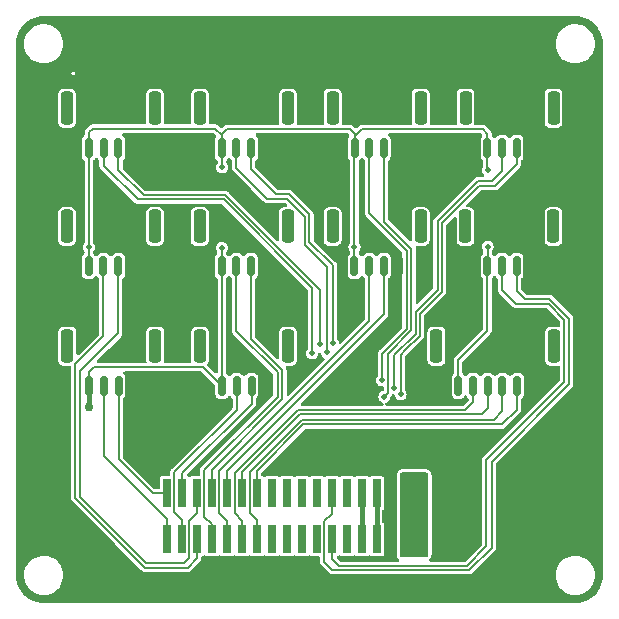
<source format=gbr>
%TF.GenerationSoftware,KiCad,Pcbnew,7.0.5*%
%TF.CreationDate,2023-06-16T02:28:43+08:00*%
%TF.ProjectId,io,696f2e6b-6963-4616-945f-706362585858,rev?*%
%TF.SameCoordinates,Original*%
%TF.FileFunction,Copper,L1,Top*%
%TF.FilePolarity,Positive*%
%FSLAX46Y46*%
G04 Gerber Fmt 4.6, Leading zero omitted, Abs format (unit mm)*
G04 Created by KiCad (PCBNEW 7.0.5) date 2023-06-16 02:28:43*
%MOMM*%
%LPD*%
G01*
G04 APERTURE LIST*
G04 Aperture macros list*
%AMRoundRect*
0 Rectangle with rounded corners*
0 $1 Rounding radius*
0 $2 $3 $4 $5 $6 $7 $8 $9 X,Y pos of 4 corners*
0 Add a 4 corners polygon primitive as box body*
4,1,4,$2,$3,$4,$5,$6,$7,$8,$9,$2,$3,0*
0 Add four circle primitives for the rounded corners*
1,1,$1+$1,$2,$3*
1,1,$1+$1,$4,$5*
1,1,$1+$1,$6,$7*
1,1,$1+$1,$8,$9*
0 Add four rect primitives between the rounded corners*
20,1,$1+$1,$2,$3,$4,$5,0*
20,1,$1+$1,$4,$5,$6,$7,0*
20,1,$1+$1,$6,$7,$8,$9,0*
20,1,$1+$1,$8,$9,$2,$3,0*%
G04 Aperture macros list end*
%TA.AperFunction,SMDPad,CuDef*%
%ADD10RoundRect,0.150000X-0.150000X-0.700000X0.150000X-0.700000X0.150000X0.700000X-0.150000X0.700000X0*%
%TD*%
%TA.AperFunction,SMDPad,CuDef*%
%ADD11RoundRect,0.250000X-0.250000X-1.150000X0.250000X-1.150000X0.250000X1.150000X-0.250000X1.150000X0*%
%TD*%
%TA.AperFunction,SMDPad,CuDef*%
%ADD12R,0.740000X2.400000*%
%TD*%
%TA.AperFunction,ViaPad*%
%ADD13C,0.508000*%
%TD*%
%TA.AperFunction,ViaPad*%
%ADD14C,0.762000*%
%TD*%
%TA.AperFunction,Conductor*%
%ADD15C,0.203200*%
%TD*%
%TA.AperFunction,Conductor*%
%ADD16C,0.381000*%
%TD*%
%TA.AperFunction,Conductor*%
%ADD17C,0.152400*%
%TD*%
G04 APERTURE END LIST*
D10*
%TO.P,J9,1,1*%
%TO.N,+3.3V*%
X57072600Y-62165200D03*
%TO.P,J9,2,2*%
%TO.N,/ADC_1*%
X58322600Y-62165200D03*
%TO.P,J9,3,3*%
%TO.N,/ADC_2*%
X59572600Y-62165200D03*
%TO.P,J9,4,4*%
%TO.N,GND*%
X60822600Y-62165200D03*
D11*
%TO.P,J9,MP*%
%TO.N,N/C*%
X55222600Y-58815200D03*
X62672600Y-58815200D03*
%TD*%
%TO.P,J2,MP*%
%TO.N,N/C*%
X62646800Y-38673000D03*
X55196800Y-38673000D03*
D10*
%TO.P,J2,4,4*%
%TO.N,GND*%
X60796800Y-42023000D03*
%TO.P,J2,3,3*%
%TO.N,/PWM_2*%
X59546800Y-42023000D03*
%TO.P,J2,2,2*%
%TO.N,/PWM_1*%
X58296800Y-42023000D03*
%TO.P,J2,1,1*%
%TO.N,+3.3V*%
X57046800Y-42023000D03*
%TD*%
D11*
%TO.P,J12,MP*%
%TO.N,N/C*%
X62630200Y-48680600D03*
X55180200Y-48680600D03*
D10*
%TO.P,J12,4,4*%
%TO.N,GND*%
X60780200Y-52030600D03*
%TO.P,J12,3,3*%
%TO.N,/UART1_TX*%
X59530200Y-52030600D03*
%TO.P,J12,2,2*%
%TO.N,/UART1_RX*%
X58280200Y-52030600D03*
%TO.P,J12,1,1*%
%TO.N,+3.3V*%
X57030200Y-52030600D03*
%TD*%
D11*
%TO.P,J11,MP*%
%TO.N,N/C*%
X73919266Y-58815200D03*
X66469266Y-58815200D03*
D10*
%TO.P,J11,4,4*%
%TO.N,GND*%
X72069266Y-62165200D03*
%TO.P,J11,3,3*%
%TO.N,/ADC_4*%
X70819266Y-62165200D03*
%TO.P,J11,2,2*%
%TO.N,/ADC_3*%
X69569266Y-62165200D03*
%TO.P,J11,1,1*%
%TO.N,+3.3V*%
X68319266Y-62165200D03*
%TD*%
D12*
%TO.P,J10,1,Pin_1*%
%TO.N,/ADC_1*%
X63655000Y-75170000D03*
%TO.P,J10,2,Pin_2*%
%TO.N,/ADC_2*%
X63655000Y-71270000D03*
%TO.P,J10,3,Pin_3*%
%TO.N,/ADC_3*%
X64925000Y-75170000D03*
%TO.P,J10,4,Pin_4*%
%TO.N,/ADC_4*%
X64925000Y-71270000D03*
%TO.P,J10,5,Pin_5*%
%TO.N,/UART1_RX*%
X66195000Y-75170000D03*
%TO.P,J10,6,Pin_6*%
%TO.N,/UART1_TX*%
X66195000Y-71270000D03*
%TO.P,J10,7,Pin_7*%
%TO.N,/UART2_RX*%
X67465000Y-75170000D03*
%TO.P,J10,8,Pin_8*%
%TO.N,/UART2_TX*%
X67465000Y-71270000D03*
%TO.P,J10,9,Pin_9*%
%TO.N,/I2C_SDA*%
X68735000Y-75170000D03*
%TO.P,J10,10,Pin_10*%
%TO.N,/I2C_CLK*%
X68735000Y-71270000D03*
%TO.P,J10,11,Pin_11*%
%TO.N,/SPI_CS*%
X70005000Y-75170000D03*
%TO.P,J10,12,Pin_12*%
%TO.N,/SPI_CLK*%
X70005000Y-71270000D03*
%TO.P,J10,13,Pin_13*%
%TO.N,/SPI_MOSI*%
X71275000Y-75170000D03*
%TO.P,J10,14,Pin_14*%
%TO.N,/SPI_MISO*%
X71275000Y-71270000D03*
%TO.P,J10,15,Pin_15*%
%TO.N,/PWM_1*%
X72545000Y-75170000D03*
%TO.P,J10,16,Pin_16*%
%TO.N,/PWM_2*%
X72545000Y-71270000D03*
%TO.P,J10,17,Pin_17*%
%TO.N,/PWM_3*%
X73815000Y-75170000D03*
%TO.P,J10,18,Pin_18*%
%TO.N,/PWM_4*%
X73815000Y-71270000D03*
%TO.P,J10,19,Pin_19*%
%TO.N,/PWM_5*%
X75085000Y-75170000D03*
%TO.P,J10,20,Pin_20*%
%TO.N,/PWM_6*%
X75085000Y-71270000D03*
%TO.P,J10,21,Pin_21*%
%TO.N,/PWM_7*%
X76355000Y-75170000D03*
%TO.P,J10,22,Pin_22*%
%TO.N,/PWM_8*%
X76355000Y-71270000D03*
%TO.P,J10,23,Pin_23*%
%TO.N,/CAN_H*%
X77625000Y-75170000D03*
%TO.P,J10,24,Pin_24*%
%TO.N,/CAN_L*%
X77625000Y-71270000D03*
%TO.P,J10,25,Pin_25*%
%TO.N,/USB+*%
X78895000Y-75170000D03*
%TO.P,J10,26,Pin_26*%
%TO.N,/USB-*%
X78895000Y-71270000D03*
%TO.P,J10,27,Pin_27*%
%TO.N,+3.3V*%
X80165000Y-75170000D03*
%TO.P,J10,28,Pin_28*%
X80165000Y-71270000D03*
%TO.P,J10,29,Pin_29*%
%TO.N,/+5V*%
X81435000Y-75170000D03*
%TO.P,J10,30,Pin_30*%
X81435000Y-71270000D03*
%TO.P,J10,31,Pin_31*%
%TO.N,GND*%
X82705000Y-75170000D03*
%TO.P,J10,32,Pin_32*%
X82705000Y-71270000D03*
%TO.P,J10,33,Pin_33*%
%TO.N,/VBAT*%
X83975000Y-75170000D03*
%TO.P,J10,34,Pin_34*%
X83975000Y-71270000D03*
%TO.P,J10,35,Pin_35*%
X85245000Y-75170000D03*
%TO.P,J10,36,Pin_36*%
X85245000Y-71270000D03*
%TO.P,J10,37,Pin_37*%
%TO.N,GND*%
X86515000Y-75170000D03*
%TO.P,J10,38,Pin_38*%
X86515000Y-71270000D03*
%TO.P,J10,39,Pin_39*%
X87785000Y-75170000D03*
%TO.P,J10,40,Pin_40*%
X87785000Y-71270000D03*
%TD*%
D11*
%TO.P,J8,MP*%
%TO.N,N/C*%
X96386800Y-38673000D03*
X88936800Y-38673000D03*
D10*
%TO.P,J8,4,4*%
%TO.N,GND*%
X94536800Y-42023000D03*
%TO.P,J8,3,3*%
%TO.N,/PWM_8*%
X93286800Y-42023000D03*
%TO.P,J8,2,2*%
%TO.N,/PWM_7*%
X92036800Y-42023000D03*
%TO.P,J8,1,1*%
%TO.N,+3.3V*%
X90786800Y-42023000D03*
%TD*%
%TO.P,J7,1,1*%
%TO.N,+3.3V*%
X79540132Y-42023000D03*
%TO.P,J7,2,2*%
%TO.N,/PWM_5*%
X80790132Y-42023000D03*
%TO.P,J7,3,3*%
%TO.N,/PWM_6*%
X82040132Y-42023000D03*
%TO.P,J7,4,4*%
%TO.N,GND*%
X83290132Y-42023000D03*
D11*
%TO.P,J7,MP*%
%TO.N,N/C*%
X77690132Y-38673000D03*
X85140132Y-38673000D03*
%TD*%
%TO.P,J6,MP*%
%TO.N,N/C*%
X96385200Y-48680600D03*
X88935200Y-48680600D03*
D10*
%TO.P,J6,4,4*%
%TO.N,GND*%
X94535200Y-52030600D03*
%TO.P,J6,3,3*%
%TO.N,/CAN_L*%
X93285200Y-52030600D03*
%TO.P,J6,2,2*%
%TO.N,/CAN_H*%
X92035200Y-52030600D03*
%TO.P,J6,1,1*%
%TO.N,+3.3V*%
X90785200Y-52030600D03*
%TD*%
%TO.P,J5,1,1*%
%TO.N,+3.3V*%
X68293466Y-42023000D03*
%TO.P,J5,2,2*%
%TO.N,/PWM_3*%
X69543466Y-42023000D03*
%TO.P,J5,3,3*%
%TO.N,/PWM_4*%
X70793466Y-42023000D03*
%TO.P,J5,4,4*%
%TO.N,GND*%
X72043466Y-42023000D03*
D11*
%TO.P,J5,MP*%
%TO.N,N/C*%
X66443466Y-38673000D03*
X73893466Y-38673000D03*
%TD*%
D10*
%TO.P,J4,1,1*%
%TO.N,+3.3V*%
X79533532Y-52030600D03*
%TO.P,J4,2,2*%
%TO.N,/I2C_SDA*%
X80783532Y-52030600D03*
%TO.P,J4,3,3*%
%TO.N,/I2C_CLK*%
X82033532Y-52030600D03*
%TO.P,J4,4,4*%
%TO.N,GND*%
X83283532Y-52030600D03*
D11*
%TO.P,J4,MP*%
%TO.N,N/C*%
X77683532Y-48680600D03*
X85133532Y-48680600D03*
%TD*%
%TO.P,J3,MP*%
%TO.N,N/C*%
X73881866Y-48680600D03*
X66431866Y-48680600D03*
D10*
%TO.P,J3,4,4*%
%TO.N,GND*%
X72031866Y-52030600D03*
%TO.P,J3,3,3*%
%TO.N,/UART2_TX*%
X70781866Y-52030600D03*
%TO.P,J3,2,2*%
%TO.N,/UART2_RX*%
X69531866Y-52030600D03*
%TO.P,J3,1,1*%
%TO.N,+3.3V*%
X68281866Y-52030600D03*
%TD*%
%TO.P,J1,1,1*%
%TO.N,+3.3V*%
X88317600Y-62165200D03*
%TO.P,J1,2,2*%
%TO.N,/SPI_CS*%
X89567600Y-62165200D03*
%TO.P,J1,3,3*%
%TO.N,/SPI_CLK*%
X90817600Y-62165200D03*
%TO.P,J1,4,4*%
%TO.N,/SPI_MOSI*%
X92067600Y-62165200D03*
%TO.P,J1,5,5*%
%TO.N,/SPI_MISO*%
X93317600Y-62165200D03*
%TO.P,J1,6,6*%
%TO.N,GND*%
X94567600Y-62165200D03*
D11*
%TO.P,J1,MP*%
%TO.N,N/C*%
X96417600Y-58815200D03*
X86467600Y-58815200D03*
%TD*%
D13*
%TO.N,GND*%
X60657800Y-48658200D03*
X58473400Y-48658200D03*
X60124400Y-38828400D03*
X57940000Y-38828400D03*
X71427400Y-38701400D03*
X69243000Y-38701400D03*
X82705000Y-38879200D03*
X80520600Y-38879200D03*
X92052200Y-48963000D03*
X93906400Y-39006200D03*
X91722000Y-39006200D03*
X94236600Y-48963000D03*
X69827200Y-59732600D03*
X60505400Y-59072200D03*
X84991000Y-61612200D03*
X79276000Y-55516200D03*
X82984400Y-54576400D03*
X79987200Y-60494600D03*
X88597800Y-56125800D03*
X88597800Y-53179400D03*
X71884600Y-55567000D03*
X74831000Y-55567000D03*
X62588200Y-54703400D03*
X65534600Y-54703400D03*
X93931800Y-56887800D03*
X93931800Y-59351600D03*
X91341000Y-59351600D03*
X98478400Y-57192600D03*
X65356800Y-43654400D03*
X62410400Y-43654400D03*
X77066200Y-43781400D03*
X74119800Y-43781400D03*
X87912000Y-43984600D03*
X84965600Y-43984600D03*
X88496200Y-67479600D03*
X85549800Y-67479600D03*
X82578000Y-67479600D03*
X79631600Y-67479600D03*
X64137600Y-65727000D03*
X61191200Y-65727000D03*
X65966400Y-63491800D03*
X63020000Y-63491800D03*
X58346400Y-78604800D03*
X70208200Y-78604800D03*
X67261800Y-78604800D03*
X61369000Y-78604800D03*
X64315400Y-78604800D03*
X84381400Y-33799200D03*
X93169800Y-33799200D03*
X87327800Y-33799200D03*
X90274200Y-33799200D03*
X81435000Y-33799200D03*
X60708600Y-33773800D03*
X69497000Y-33773800D03*
X63655000Y-33773800D03*
X66601400Y-33773800D03*
X72443400Y-33773800D03*
X75389800Y-33773800D03*
X78336200Y-33773800D03*
X57762200Y-33773800D03*
X53139400Y-42308200D03*
X53139400Y-36466200D03*
X53139400Y-39412600D03*
X53139400Y-45254600D03*
X53139400Y-48201000D03*
X53139400Y-51147400D03*
X53088600Y-56887800D03*
X53088600Y-65676200D03*
X53088600Y-59834200D03*
X53088600Y-62780600D03*
X53088600Y-68622600D03*
X53088600Y-71569000D03*
X53088600Y-74515400D03*
X53088600Y-53941400D03*
X76228000Y-78604800D03*
X85016400Y-78604800D03*
X79174400Y-78604800D03*
X82120800Y-78604800D03*
X87962800Y-78604800D03*
X90909200Y-78604800D03*
X93855600Y-78604800D03*
X73281600Y-78604800D03*
X98503800Y-63212400D03*
X98503800Y-72000800D03*
X98503800Y-66158800D03*
X98503800Y-69105200D03*
X98503800Y-74947200D03*
X98503800Y-60266000D03*
X98478400Y-39641200D03*
X98478400Y-48429600D03*
X98478400Y-42587600D03*
X98478400Y-45534000D03*
X98478400Y-51376000D03*
X98478400Y-54322400D03*
X98478400Y-36694800D03*
%TO.N,+3.3V*%
X57046800Y-50461600D03*
X68328600Y-43679800D03*
X68303200Y-50487000D03*
X79533532Y-50410800D03*
X90807600Y-50385400D03*
X90807600Y-43908400D03*
%TO.N,/PWM_8*%
X83441600Y-62907600D03*
%TO.N,/PWM_7*%
X82907700Y-62323400D03*
%TO.N,/PWM_6*%
X82070000Y-63110800D03*
%TO.N,/PWM_5*%
X81846506Y-61688400D03*
%TO.N,/PWM_4*%
X77701200Y-58589600D03*
%TO.N,/PWM_3*%
X77193200Y-59351600D03*
%TO.N,/PWM_2*%
X76609000Y-58615000D03*
%TO.N,/PWM_1*%
X75948600Y-59427800D03*
D14*
%TO.N,+3.3V*%
X57072600Y-63949000D03*
D13*
X80213200Y-72136000D03*
X80162400Y-74320400D03*
X80213200Y-71374000D03*
X80162400Y-75082400D03*
%TO.N,GND*%
X86512400Y-71221600D03*
X82702400Y-74371200D03*
X86512400Y-72136000D03*
X82702400Y-72136000D03*
X87833200Y-72136000D03*
X82702400Y-75133200D03*
X86512400Y-74320400D03*
X87833200Y-71272400D03*
X87782400Y-75184000D03*
X86512400Y-75133200D03*
X82702400Y-71374000D03*
X87782400Y-74320400D03*
%TO.N,/SPI_CS*%
X70002400Y-74320400D03*
X70002400Y-75082400D03*
%TO.N,/SPI_CLK*%
X70002400Y-72153200D03*
X70002400Y-71391200D03*
%TO.N,/SPI_MOSI*%
X71272400Y-74320400D03*
X71272400Y-75082400D03*
%TO.N,/SPI_MISO*%
X71272400Y-71391200D03*
X71272400Y-72153200D03*
%TO.N,/I2C_CLK*%
X68732400Y-71323200D03*
X68732400Y-72136000D03*
%TO.N,/PWM_1*%
X72542400Y-74320400D03*
X72542400Y-75082400D03*
%TO.N,/PWM_2*%
X72542400Y-72153200D03*
X72542400Y-71391200D03*
%TO.N,/PWM_3*%
X73812400Y-75082400D03*
X73812400Y-74320400D03*
%TO.N,/PWM_4*%
X73812400Y-71391200D03*
X73812400Y-72153200D03*
%TO.N,/PWM_5*%
X75082400Y-74320400D03*
X75082400Y-75082400D03*
%TO.N,/PWM_6*%
X75082400Y-72136000D03*
X75082400Y-71374000D03*
%TO.N,/PWM_7*%
X76352400Y-75082400D03*
X76352400Y-74320400D03*
%TO.N,/PWM_8*%
X76403200Y-71374000D03*
X76403200Y-72136000D03*
%TO.N,/ADC_1*%
X63652400Y-74320400D03*
X63652400Y-75082400D03*
%TO.N,/ADC_3*%
X64922400Y-74320400D03*
X64922400Y-75082400D03*
%TO.N,/ADC_4*%
X64922400Y-72136000D03*
X64922400Y-71323200D03*
%TO.N,/UART1_RX*%
X66192400Y-75133200D03*
X66192400Y-74371200D03*
%TO.N,/UART1_TX*%
X66192400Y-71323200D03*
X66192400Y-72136000D03*
%TO.N,/ADC_2*%
X63652400Y-71323200D03*
X63652400Y-72136000D03*
%TO.N,/I2C_SDA*%
X68732400Y-74320400D03*
X68732400Y-75082400D03*
%TO.N,/UART2_RX*%
X67462400Y-74320400D03*
X67462400Y-75082400D03*
%TO.N,/CAN_L*%
X77622400Y-71374000D03*
X77622400Y-72136000D03*
%TO.N,/CAN_H*%
X77622400Y-75133200D03*
X77622400Y-74371200D03*
%TO.N,/USB-*%
X78892400Y-72085200D03*
X78892400Y-71323200D03*
%TO.N,/USB+*%
X78892400Y-75133200D03*
X78892400Y-74371200D03*
%TO.N,/+5V*%
X81432400Y-75133200D03*
X81432400Y-74371200D03*
X81432400Y-71374000D03*
X81432400Y-72136000D03*
%TO.N,/VBAT*%
X85191600Y-73253600D03*
X83972400Y-75184000D03*
X85242400Y-72136000D03*
X85242400Y-75184000D03*
X83972400Y-71170800D03*
X85242400Y-71170800D03*
X83972400Y-74371200D03*
X83972400Y-72136000D03*
X85242400Y-74371200D03*
X83972400Y-73253600D03*
%TO.N,/UART2_TX*%
X67462400Y-71323200D03*
X67462400Y-72136000D03*
%TD*%
D15*
%TO.N,/UART2_TX*%
X67465000Y-69283000D02*
X67465000Y-71270000D01*
X73434000Y-60850200D02*
X73434000Y-63314000D01*
X73434000Y-63314000D02*
X67465000Y-69283000D01*
X70781866Y-58198066D02*
X73434000Y-60850200D01*
X70781866Y-52030600D02*
X70781866Y-58198066D01*
%TO.N,/I2C_SDA*%
X68735000Y-73601000D02*
X68735000Y-75170000D01*
X68089000Y-69421000D02*
X68089000Y-72955000D01*
X80783532Y-56726468D02*
X68089000Y-69421000D01*
X80783532Y-52030600D02*
X80783532Y-56726468D01*
X68089000Y-72955000D02*
X68735000Y-73601000D01*
%TO.N,/ADC_4*%
X70819266Y-63693534D02*
X70819266Y-62165200D01*
X64925000Y-69587800D02*
X70819266Y-63693534D01*
X64925000Y-71270000D02*
X64925000Y-69587800D01*
%TO.N,/ADC_3*%
X64925000Y-73499400D02*
X64925000Y-75170000D01*
X64290000Y-72864400D02*
X64925000Y-73499400D01*
X69569266Y-64206934D02*
X64290000Y-69486200D01*
X69569266Y-62165200D02*
X69569266Y-64206934D01*
X64290000Y-69486200D02*
X64290000Y-72864400D01*
%TO.N,/CAN_L*%
X77625000Y-73016800D02*
X77625000Y-71270000D01*
X76990000Y-73651800D02*
X77625000Y-73016800D01*
X76990000Y-77106200D02*
X76990000Y-73651800D01*
X77650400Y-77766600D02*
X76990000Y-77106200D01*
X89258200Y-77766600D02*
X77650400Y-77766600D01*
X97716400Y-62044000D02*
X91137800Y-68622600D01*
X97716400Y-56481400D02*
X97716400Y-62044000D01*
X91137800Y-68622600D02*
X91137800Y-75887000D01*
X96040000Y-54805000D02*
X97716400Y-56481400D01*
X93285200Y-54158400D02*
X93931800Y-54805000D01*
X93931800Y-54805000D02*
X96040000Y-54805000D01*
X91137800Y-75887000D02*
X89258200Y-77766600D01*
X93285200Y-52030600D02*
X93285200Y-54158400D01*
%TO.N,/CAN_H*%
X89055000Y-77411000D02*
X78183800Y-77411000D01*
X90706000Y-75760000D02*
X89055000Y-77411000D01*
X97310000Y-61815400D02*
X90706000Y-68419400D01*
X90706000Y-68419400D02*
X90706000Y-75760000D01*
X97310000Y-56577894D02*
X97310000Y-61815400D01*
X95994306Y-55262200D02*
X97310000Y-56577894D01*
X92035200Y-54051400D02*
X93246000Y-55262200D01*
X92035200Y-52030600D02*
X92035200Y-54051400D01*
X93246000Y-55262200D02*
X95994306Y-55262200D01*
%TO.N,+3.3V*%
X57072600Y-61031800D02*
X57072600Y-62165200D01*
X66750266Y-60596200D02*
X57508200Y-60596200D01*
X68319266Y-62165200D02*
X66750266Y-60596200D01*
X57508200Y-60596200D02*
X57072600Y-61031800D01*
%TO.N,/UART1_TX*%
X59530200Y-57736000D02*
X59530200Y-52030600D01*
X56314400Y-60951800D02*
X59530200Y-57736000D01*
X56314400Y-71599506D02*
X56314400Y-60951800D01*
X65549000Y-73601000D02*
X65549000Y-76787000D01*
X66192400Y-72957600D02*
X65549000Y-73601000D01*
X65549000Y-76787000D02*
X65128200Y-77207800D01*
X61922694Y-77207800D02*
X56314400Y-71599506D01*
X66192400Y-71323200D02*
X66192400Y-72957600D01*
X65128200Y-77207800D02*
X61922694Y-77207800D01*
D16*
%TO.N,+3.3V*%
X57072600Y-63949000D02*
X57072600Y-62165200D01*
D15*
X68319266Y-52068000D02*
X68281866Y-52030600D01*
X68319266Y-62165200D02*
X68319266Y-52068000D01*
X88293000Y-59986600D02*
X88293000Y-62140600D01*
X88293000Y-62140600D02*
X88317600Y-62165200D01*
X90785200Y-57494400D02*
X88293000Y-59986600D01*
X90785200Y-52030600D02*
X90785200Y-57494400D01*
X68328600Y-43679800D02*
X68328600Y-42058134D01*
X68328600Y-42058134D02*
X68293466Y-42023000D01*
X68281866Y-50508334D02*
X68303200Y-50487000D01*
X68281866Y-52030600D02*
X68281866Y-50508334D01*
X90807600Y-52008200D02*
X90785200Y-52030600D01*
X90807600Y-50385400D02*
X90807600Y-52008200D01*
X79533532Y-52030600D02*
X79533532Y-50410800D01*
X79533532Y-50410800D02*
X79533532Y-42029600D01*
X90786800Y-42023000D02*
X90786800Y-43887600D01*
X90786800Y-43887600D02*
X90807600Y-43908400D01*
X79533532Y-42029600D02*
X79540132Y-42023000D01*
X57046800Y-52014000D02*
X57030200Y-52030600D01*
X57046800Y-42023000D02*
X57046800Y-52014000D01*
%TO.N,/PWM_5*%
X80790132Y-47581532D02*
X80790132Y-42023000D01*
X81871906Y-59448094D02*
X83949600Y-57370400D01*
X81871906Y-61663000D02*
X81871906Y-59448094D01*
X83949600Y-50741000D02*
X80790132Y-47581532D01*
X81846506Y-61688400D02*
X81871906Y-61663000D01*
X83949600Y-57370400D02*
X83949600Y-50741000D01*
%TO.N,/PWM_6*%
X84356000Y-50588600D02*
X82040132Y-48272732D01*
X84356000Y-57466894D02*
X84356000Y-50588600D01*
X82070000Y-63110800D02*
X82374800Y-62806000D01*
X82040132Y-48272732D02*
X82040132Y-42023000D01*
X82374800Y-62806000D02*
X82374800Y-59448094D01*
X82374800Y-59448094D02*
X84356000Y-57466894D01*
%TO.N,/PWM_7*%
X82882800Y-62298500D02*
X82907700Y-62323400D01*
X82882800Y-59605600D02*
X82882800Y-62298500D01*
X86565800Y-54068400D02*
X84711600Y-55922600D01*
X86565800Y-48251800D02*
X86565800Y-54068400D01*
X89969400Y-44848200D02*
X86565800Y-48251800D01*
X84711600Y-57776800D02*
X82882800Y-59605600D01*
X91163200Y-44848200D02*
X89969400Y-44848200D01*
X92036800Y-43974600D02*
X91163200Y-44848200D01*
X92036800Y-42023000D02*
X92036800Y-43974600D01*
X84711600Y-55922600D02*
X84711600Y-57776800D01*
%TO.N,/PWM_8*%
X83441600Y-59554800D02*
X83441600Y-62907600D01*
X83822600Y-59173800D02*
X83441600Y-59554800D01*
%TO.N,/PWM_4*%
X77675800Y-58564200D02*
X77701200Y-58589600D01*
X77675800Y-56151200D02*
X77675800Y-58564200D01*
%TO.N,/PWM_3*%
X77193200Y-57243400D02*
X77193200Y-59351600D01*
%TO.N,/PWM_2*%
X76609000Y-56862400D02*
X76609000Y-58615000D01*
X68602894Y-46042000D02*
X76609000Y-54048106D01*
X61699200Y-46042000D02*
X68602894Y-46042000D01*
X59546800Y-42023000D02*
X59546800Y-43889600D01*
X59546800Y-43889600D02*
X61699200Y-46042000D01*
X76609000Y-54048106D02*
X76609000Y-56862400D01*
%TO.N,/PWM_3*%
X75364400Y-50283800D02*
X77193200Y-52112600D01*
X75364400Y-47865694D02*
X75364400Y-50283800D01*
X77193200Y-52112600D02*
X77193200Y-57243400D01*
X73820106Y-46321400D02*
X75364400Y-47865694D01*
X72113200Y-46321400D02*
X73820106Y-46321400D01*
X69543466Y-43751666D02*
X72113200Y-46321400D01*
X69543466Y-42023000D02*
X69543466Y-43751666D01*
%TO.N,/PWM_4*%
X77675800Y-51934800D02*
X77675800Y-56151200D01*
X75720000Y-47667600D02*
X75720000Y-49979000D01*
X72900600Y-45965800D02*
X74018200Y-45965800D01*
X75720000Y-49979000D02*
X77675800Y-51934800D01*
X70793466Y-42023000D02*
X70793466Y-43858666D01*
X70793466Y-43858666D02*
X72900600Y-45965800D01*
X74018200Y-45965800D02*
X75720000Y-47667600D01*
%TO.N,/PWM_1*%
X75923200Y-59402400D02*
X75948600Y-59427800D01*
X75923200Y-58310200D02*
X75923200Y-59402400D01*
%TO.N,/PWM_8*%
X86921400Y-48429600D02*
X86921400Y-54215694D01*
X85067200Y-57929200D02*
X83822600Y-59173800D01*
X93286800Y-43410400D02*
X91417200Y-45280000D01*
X86921400Y-54215694D02*
X85067200Y-56069894D01*
X85067200Y-56069894D02*
X85067200Y-57929200D01*
X93286800Y-42023000D02*
X93286800Y-43410400D01*
X91417200Y-45280000D02*
X90071000Y-45280000D01*
X90071000Y-45280000D02*
X86921400Y-48429600D01*
%TO.N,/PWM_1*%
X68455600Y-46397600D02*
X75923200Y-53865200D01*
X58296800Y-43528600D02*
X61165800Y-46397600D01*
X61165800Y-46397600D02*
X68455600Y-46397600D01*
X58296800Y-42023000D02*
X58296800Y-43528600D01*
X75923200Y-53865200D02*
X75923200Y-58310200D01*
%TO.N,+3.3V*%
X79123600Y-40428600D02*
X79540132Y-40845132D01*
X68760400Y-40428600D02*
X79123600Y-40428600D01*
X68293466Y-42023000D02*
X68293466Y-40895534D01*
X68293466Y-40895534D02*
X68760400Y-40428600D01*
X79540132Y-40845132D02*
X79540132Y-42023000D01*
X67744400Y-40403200D02*
X68293466Y-40952266D01*
X57355800Y-40403200D02*
X67744400Y-40403200D01*
X57046800Y-40712200D02*
X57355800Y-40403200D01*
X57046800Y-42023000D02*
X57046800Y-40712200D01*
X68293466Y-40952266D02*
X68293466Y-42023000D01*
X90401200Y-40428600D02*
X90786800Y-40814200D01*
X79540132Y-41028068D02*
X80139600Y-40428600D01*
X90786800Y-40814200D02*
X90786800Y-42023000D01*
X79540132Y-42023000D02*
X79540132Y-41028068D01*
X80139600Y-40428600D02*
X90401200Y-40428600D01*
%TO.N,/CAN_H*%
X77625000Y-76852200D02*
X78183800Y-77411000D01*
X77625000Y-75170000D02*
X77625000Y-76852200D01*
%TO.N,/SPI_MOSI*%
X92067600Y-64289200D02*
X92067600Y-62165200D01*
X75059600Y-65041200D02*
X91315600Y-65041200D01*
X70651000Y-69449800D02*
X75059600Y-65041200D01*
X91315600Y-65041200D02*
X92067600Y-64289200D01*
X71272400Y-73562000D02*
X70651000Y-72940600D01*
X70651000Y-72940600D02*
X70651000Y-69449800D01*
X71272400Y-75082400D02*
X71272400Y-73562000D01*
%TO.N,/SPI_CS*%
X70002400Y-73587400D02*
X69381000Y-72966000D01*
X70002400Y-75082400D02*
X70002400Y-73587400D01*
X69381000Y-69551400D02*
X69381000Y-72966000D01*
%TO.N,/SPI_MISO*%
X71275000Y-69384600D02*
X71275000Y-71270000D01*
X75212000Y-65447600D02*
X71275000Y-69384600D01*
X92052200Y-65447600D02*
X75212000Y-65447600D01*
X93317600Y-64182200D02*
X92052200Y-65447600D01*
X93317600Y-62165200D02*
X93317600Y-64182200D01*
%TO.N,/SPI_CS*%
X88928000Y-64203000D02*
X74729400Y-64203000D01*
X74729400Y-64203000D02*
X69381000Y-69551400D01*
X89567600Y-63563400D02*
X88928000Y-64203000D01*
X89567600Y-62165200D02*
X89567600Y-63563400D01*
%TO.N,/SPI_CLK*%
X70005000Y-69486200D02*
X70005000Y-71270000D01*
X74907200Y-64584000D02*
X70005000Y-69486200D01*
X90299600Y-64584000D02*
X74907200Y-64584000D01*
X90817600Y-64066000D02*
X90299600Y-64584000D01*
X90817600Y-62165200D02*
X90817600Y-64066000D01*
%TO.N,/I2C_CLK*%
X68735000Y-69410000D02*
X68735000Y-71270000D01*
X82033532Y-56111468D02*
X68735000Y-69410000D01*
X82033532Y-52030600D02*
X82033532Y-56111468D01*
%TO.N,/UART2_RX*%
X66830000Y-69283000D02*
X66830000Y-73270800D01*
X69497000Y-57497400D02*
X73027600Y-61028000D01*
X69497000Y-52065466D02*
X69497000Y-57497400D01*
X73027600Y-63085400D02*
X66830000Y-69283000D01*
X67462400Y-73903200D02*
X67462400Y-75082400D01*
X69531866Y-52030600D02*
X69497000Y-52065466D01*
X73027600Y-61028000D02*
X73027600Y-63085400D01*
X66830000Y-73270800D02*
X67462400Y-73903200D01*
%TO.N,/UART1_RX*%
X55908000Y-71696000D02*
X61775400Y-77563400D01*
X55908000Y-60316800D02*
X55908000Y-71696000D01*
X65407600Y-77563400D02*
X66195000Y-76776000D01*
X58280200Y-57944600D02*
X55908000Y-60316800D01*
X66195000Y-76776000D02*
X66195000Y-75170000D01*
X58280200Y-52030600D02*
X58280200Y-57944600D01*
X61775400Y-77563400D02*
X65407600Y-77563400D01*
D16*
%TO.N,/+5V*%
X81432400Y-71374000D02*
X81432400Y-75133200D01*
%TO.N,+3.3V*%
X80165000Y-71270000D02*
X80165000Y-75170000D01*
D17*
%TO.N,/ADC_2*%
X62492400Y-71270000D02*
X59572600Y-68350200D01*
X63655000Y-71270000D02*
X62492400Y-71270000D01*
X59572600Y-68350200D02*
X59572600Y-62165200D01*
D15*
%TO.N,/ADC_1*%
X63655000Y-73423200D02*
X63655000Y-75170000D01*
X58322600Y-68090800D02*
X63655000Y-73423200D01*
X58322600Y-62165200D02*
X58322600Y-68090800D01*
%TD*%
%TA.AperFunction,Conductor*%
%TO.N,GND*%
G36*
X88341200Y-76708000D02*
G01*
X86106000Y-76708000D01*
X86106000Y-69494400D01*
X88341200Y-69494400D01*
X88341200Y-76708000D01*
G37*
%TD.AperFunction*%
%TD*%
%TA.AperFunction,Conductor*%
%TO.N,/VBAT*%
G36*
X85559370Y-69496821D02*
G01*
X85585658Y-69502049D01*
X85619821Y-69508845D01*
X85665237Y-69527657D01*
X85705968Y-69554872D01*
X85740727Y-69589631D01*
X85767941Y-69630359D01*
X85786754Y-69675778D01*
X85798779Y-69736229D01*
X85801200Y-69760811D01*
X85801200Y-76441588D01*
X85798779Y-76466170D01*
X85786754Y-76526621D01*
X85767941Y-76572040D01*
X85740730Y-76612765D01*
X85705965Y-76647530D01*
X85665240Y-76674741D01*
X85619822Y-76693554D01*
X85581576Y-76701162D01*
X85559369Y-76705579D01*
X85534789Y-76708000D01*
X83629211Y-76708000D01*
X83604629Y-76705579D01*
X83544178Y-76693554D01*
X83498759Y-76674741D01*
X83458031Y-76647527D01*
X83423272Y-76612768D01*
X83396057Y-76572037D01*
X83377245Y-76526619D01*
X83365221Y-76466168D01*
X83362800Y-76441588D01*
X83362800Y-69760811D01*
X83365221Y-69736231D01*
X83377245Y-69675780D01*
X83396056Y-69630363D01*
X83423274Y-69589628D01*
X83458028Y-69554874D01*
X83498763Y-69527656D01*
X83544178Y-69508845D01*
X83567896Y-69504127D01*
X83604631Y-69496821D01*
X83629211Y-69494400D01*
X85534789Y-69494400D01*
X85559370Y-69496821D01*
G37*
%TD.AperFunction*%
%TD*%
%TA.AperFunction,Conductor*%
%TO.N,GND*%
G36*
X91482797Y-52863902D02*
G01*
X91522467Y-52909684D01*
X91553872Y-52971320D01*
X91553875Y-52971325D01*
X91642195Y-53059645D01*
X91676221Y-53121957D01*
X91679100Y-53148740D01*
X91679100Y-54001399D01*
X91676418Y-54027256D01*
X91674483Y-54036480D01*
X91675895Y-54047803D01*
X91678616Y-54069633D01*
X91679100Y-54077423D01*
X91679100Y-54080908D01*
X91680674Y-54090344D01*
X91682532Y-54101480D01*
X91682906Y-54104052D01*
X91689184Y-54154413D01*
X91691317Y-54161580D01*
X91693736Y-54168622D01*
X91693736Y-54168623D01*
X91693737Y-54168624D01*
X91715222Y-54208326D01*
X91717905Y-54213282D01*
X91719085Y-54215575D01*
X91723665Y-54224943D01*
X91741378Y-54261178D01*
X91745736Y-54267281D01*
X91750300Y-54273145D01*
X91787671Y-54307547D01*
X91789526Y-54309327D01*
X92386299Y-54906100D01*
X92958840Y-55478641D01*
X92975225Y-55498816D01*
X92980386Y-55506715D01*
X93006177Y-55526789D01*
X93006744Y-55527230D01*
X93012601Y-55532403D01*
X93015053Y-55534855D01*
X93015060Y-55534861D01*
X93015065Y-55534866D01*
X93015068Y-55534868D01*
X93032028Y-55546978D01*
X93034112Y-55548533D01*
X93074168Y-55579708D01*
X93074172Y-55579711D01*
X93074176Y-55579712D01*
X93080760Y-55583275D01*
X93087435Y-55586539D01*
X93087437Y-55586539D01*
X93087439Y-55586541D01*
X93136150Y-55601042D01*
X93138553Y-55601812D01*
X93186577Y-55618300D01*
X93186578Y-55618300D01*
X93193965Y-55619532D01*
X93201343Y-55620452D01*
X93201343Y-55620451D01*
X93201344Y-55620452D01*
X93252065Y-55618353D01*
X93254662Y-55618300D01*
X95794615Y-55618300D01*
X95862736Y-55638302D01*
X95883710Y-55655205D01*
X96916995Y-56688490D01*
X96951021Y-56750802D01*
X96953900Y-56777585D01*
X96953900Y-57052060D01*
X96933898Y-57120181D01*
X96880242Y-57166674D01*
X96809968Y-57176778D01*
X96783870Y-57170117D01*
X96775947Y-57167162D01*
X96775942Y-57167160D01*
X96745898Y-57163930D01*
X96715856Y-57160700D01*
X96119353Y-57160700D01*
X96119329Y-57160702D01*
X96059260Y-57167159D01*
X96059258Y-57167159D01*
X95923333Y-57217857D01*
X95807196Y-57304796D01*
X95720257Y-57420934D01*
X95669562Y-57556850D01*
X95669560Y-57556858D01*
X95663100Y-57616937D01*
X95663100Y-60013446D01*
X95663102Y-60013470D01*
X95669559Y-60073539D01*
X95669559Y-60073541D01*
X95720257Y-60209466D01*
X95720258Y-60209467D01*
X95807196Y-60325604D01*
X95923333Y-60412542D01*
X96059258Y-60463240D01*
X96119345Y-60469700D01*
X96715854Y-60469699D01*
X96775942Y-60463240D01*
X96783867Y-60460283D01*
X96854681Y-60455218D01*
X96916994Y-60489242D01*
X96951020Y-60551554D01*
X96953900Y-60578339D01*
X96953900Y-61615707D01*
X96933898Y-61683828D01*
X96916995Y-61704802D01*
X90489555Y-68132242D01*
X90469380Y-68148627D01*
X90461487Y-68153783D01*
X90461484Y-68153786D01*
X90440967Y-68180146D01*
X90435802Y-68185995D01*
X90433333Y-68188464D01*
X90421215Y-68205435D01*
X90419662Y-68207519D01*
X90388489Y-68247571D01*
X90384921Y-68254162D01*
X90381657Y-68260840D01*
X90367166Y-68309516D01*
X90366372Y-68311994D01*
X90349899Y-68359976D01*
X90348672Y-68367333D01*
X90347747Y-68374746D01*
X90349846Y-68425457D01*
X90349900Y-68428061D01*
X90349900Y-75560309D01*
X90329898Y-75628430D01*
X90312995Y-75649404D01*
X88944404Y-77017995D01*
X88882092Y-77052021D01*
X88855309Y-77054900D01*
X85968812Y-77054900D01*
X85900691Y-77034898D01*
X85854198Y-76981242D01*
X85844094Y-76910968D01*
X85873588Y-76846388D01*
X85887197Y-76833138D01*
X85887165Y-76833103D01*
X85888157Y-76832203D01*
X85888880Y-76831500D01*
X85889446Y-76831035D01*
X85889449Y-76831032D01*
X85889459Y-76831024D01*
X85924224Y-76796259D01*
X85956498Y-76756933D01*
X85983709Y-76716208D01*
X86007688Y-76671346D01*
X86026501Y-76625927D01*
X86041267Y-76577249D01*
X86054535Y-76510549D01*
X86056405Y-76497945D01*
X86059226Y-76469302D01*
X86060074Y-76460698D01*
X86060074Y-76460697D01*
X86060075Y-76460683D01*
X86060700Y-76447958D01*
X86060700Y-69754441D01*
X86060075Y-69741716D01*
X86060074Y-69741701D01*
X86060074Y-69741700D01*
X86056407Y-69704472D01*
X86056405Y-69704456D01*
X86056405Y-69704454D01*
X86054535Y-69691850D01*
X86041267Y-69625150D01*
X86028873Y-69584291D01*
X86026501Y-69576471D01*
X86007686Y-69531049D01*
X85999733Y-69516170D01*
X85988096Y-69494400D01*
X86106000Y-69494400D01*
X86106000Y-76708000D01*
X88341200Y-76708000D01*
X88341200Y-69494400D01*
X86106000Y-69494400D01*
X85988096Y-69494400D01*
X85983706Y-69486187D01*
X85956492Y-69445459D01*
X85941159Y-69426776D01*
X85924224Y-69406140D01*
X85924208Y-69406123D01*
X85889475Y-69371390D01*
X85889458Y-69371374D01*
X85850141Y-69339108D01*
X85850140Y-69339107D01*
X85850136Y-69339104D01*
X85809405Y-69311889D01*
X85764544Y-69287910D01*
X85764542Y-69287909D01*
X85764538Y-69287907D01*
X85719138Y-69269101D01*
X85673524Y-69255265D01*
X85670445Y-69254331D01*
X85670443Y-69254330D01*
X85670438Y-69254329D01*
X85603740Y-69241062D01*
X85591157Y-69239196D01*
X85591111Y-69239191D01*
X85553895Y-69235525D01*
X85553899Y-69235525D01*
X85541166Y-69234900D01*
X85541159Y-69234900D01*
X83622840Y-69234900D01*
X83622832Y-69234900D01*
X83610102Y-69235525D01*
X83572865Y-69239193D01*
X83560261Y-69241062D01*
X83493560Y-69254329D01*
X83444882Y-69269094D01*
X83444878Y-69269095D01*
X83399462Y-69287906D01*
X83354584Y-69311894D01*
X83313869Y-69339098D01*
X83313858Y-69339106D01*
X83274542Y-69371373D01*
X83274520Y-69371393D01*
X83239793Y-69406120D01*
X83239773Y-69406142D01*
X83207506Y-69445458D01*
X83207498Y-69445469D01*
X83180296Y-69486181D01*
X83180283Y-69486203D01*
X83156308Y-69531059D01*
X83137499Y-69576468D01*
X83137499Y-69576469D01*
X83122731Y-69625153D01*
X83122728Y-69625165D01*
X83109462Y-69691860D01*
X83107596Y-69704443D01*
X83107591Y-69704486D01*
X83103925Y-69741702D01*
X83103300Y-69754432D01*
X83103300Y-76447966D01*
X83103925Y-76460696D01*
X83107591Y-76497912D01*
X83107596Y-76497955D01*
X83109462Y-76510538D01*
X83122728Y-76577233D01*
X83122730Y-76577239D01*
X83122731Y-76577243D01*
X83134857Y-76617219D01*
X83137498Y-76625925D01*
X83156309Y-76671341D01*
X83170642Y-76698157D01*
X83180289Y-76716205D01*
X83207504Y-76756936D01*
X83207506Y-76756938D01*
X83207508Y-76756941D01*
X83239774Y-76796258D01*
X83239790Y-76796275D01*
X83274523Y-76831008D01*
X83274536Y-76831020D01*
X83275115Y-76831495D01*
X83275203Y-76831624D01*
X83276831Y-76833100D01*
X83276475Y-76833492D01*
X83315088Y-76890170D01*
X83316993Y-76961141D01*
X83280227Y-77021876D01*
X83216461Y-77053091D01*
X83195188Y-77054900D01*
X78383491Y-77054900D01*
X78315370Y-77034898D01*
X78294396Y-77017995D01*
X78078077Y-76801676D01*
X78044051Y-76739364D01*
X78049116Y-76668549D01*
X78091663Y-76611713D01*
X78097145Y-76607833D01*
X78178484Y-76553484D01*
X78178484Y-76553483D01*
X78188803Y-76546589D01*
X78191104Y-76550033D01*
X78233217Y-76527038D01*
X78304032Y-76532103D01*
X78329808Y-76548669D01*
X78331198Y-76546590D01*
X78425697Y-76609733D01*
X78425699Y-76609734D01*
X78499933Y-76624500D01*
X79290066Y-76624499D01*
X79290069Y-76624498D01*
X79290073Y-76624498D01*
X79339326Y-76614701D01*
X79364301Y-76609734D01*
X79448484Y-76553484D01*
X79448484Y-76553483D01*
X79458803Y-76546589D01*
X79461104Y-76550033D01*
X79503217Y-76527038D01*
X79574032Y-76532103D01*
X79599808Y-76548669D01*
X79601198Y-76546590D01*
X79695697Y-76609733D01*
X79695699Y-76609734D01*
X79769933Y-76624500D01*
X80560066Y-76624499D01*
X80560069Y-76624498D01*
X80560073Y-76624498D01*
X80609326Y-76614701D01*
X80634301Y-76609734D01*
X80718484Y-76553484D01*
X80718484Y-76553483D01*
X80728803Y-76546589D01*
X80731104Y-76550033D01*
X80773217Y-76527038D01*
X80844032Y-76532103D01*
X80869808Y-76548669D01*
X80871198Y-76546590D01*
X80965697Y-76609733D01*
X80965699Y-76609734D01*
X81039933Y-76624500D01*
X81830066Y-76624499D01*
X81830069Y-76624498D01*
X81830073Y-76624498D01*
X81879326Y-76614701D01*
X81904301Y-76609734D01*
X81988484Y-76553484D01*
X82044734Y-76469301D01*
X82059500Y-76395067D01*
X82059499Y-73944934D01*
X82059498Y-73944930D01*
X82059498Y-73944926D01*
X82044734Y-73870699D01*
X82016282Y-73828118D01*
X81988484Y-73786516D01*
X81933396Y-73749707D01*
X81887870Y-73695230D01*
X81877400Y-73644943D01*
X81877400Y-72795056D01*
X81897402Y-72726935D01*
X81933395Y-72690293D01*
X81988484Y-72653484D01*
X82044734Y-72569301D01*
X82059500Y-72495067D01*
X82059499Y-70044934D01*
X82059498Y-70044930D01*
X82059498Y-70044926D01*
X82044734Y-69970699D01*
X82006155Y-69912962D01*
X81988484Y-69886516D01*
X81988483Y-69886515D01*
X81904302Y-69830266D01*
X81830068Y-69815500D01*
X81039936Y-69815500D01*
X81039926Y-69815501D01*
X80965699Y-69830265D01*
X80871197Y-69893411D01*
X80868895Y-69889966D01*
X80826783Y-69912962D01*
X80755968Y-69907897D01*
X80730191Y-69891330D01*
X80728802Y-69893410D01*
X80634302Y-69830266D01*
X80560068Y-69815500D01*
X79769936Y-69815500D01*
X79769926Y-69815501D01*
X79695699Y-69830265D01*
X79601197Y-69893411D01*
X79598895Y-69889966D01*
X79556783Y-69912962D01*
X79485968Y-69907897D01*
X79460191Y-69891330D01*
X79458802Y-69893410D01*
X79364302Y-69830266D01*
X79290068Y-69815500D01*
X78499936Y-69815500D01*
X78499926Y-69815501D01*
X78425699Y-69830265D01*
X78331197Y-69893411D01*
X78328895Y-69889966D01*
X78286783Y-69912962D01*
X78215968Y-69907897D01*
X78190191Y-69891330D01*
X78188802Y-69893410D01*
X78094302Y-69830266D01*
X78020068Y-69815500D01*
X77229936Y-69815500D01*
X77229926Y-69815501D01*
X77155699Y-69830265D01*
X77061197Y-69893411D01*
X77058895Y-69889966D01*
X77016783Y-69912962D01*
X76945968Y-69907897D01*
X76920191Y-69891330D01*
X76918802Y-69893410D01*
X76824302Y-69830266D01*
X76750068Y-69815500D01*
X75959936Y-69815500D01*
X75959926Y-69815501D01*
X75885699Y-69830265D01*
X75791197Y-69893411D01*
X75788895Y-69889966D01*
X75746783Y-69912962D01*
X75675968Y-69907897D01*
X75650191Y-69891330D01*
X75648802Y-69893410D01*
X75554302Y-69830266D01*
X75480068Y-69815500D01*
X74689936Y-69815500D01*
X74689926Y-69815501D01*
X74615699Y-69830265D01*
X74521197Y-69893411D01*
X74518895Y-69889966D01*
X74476783Y-69912962D01*
X74405968Y-69907897D01*
X74380191Y-69891330D01*
X74378802Y-69893410D01*
X74284302Y-69830266D01*
X74210068Y-69815500D01*
X73419936Y-69815500D01*
X73419926Y-69815501D01*
X73345699Y-69830265D01*
X73251197Y-69893411D01*
X73248895Y-69889966D01*
X73206783Y-69912962D01*
X73135968Y-69907897D01*
X73110191Y-69891330D01*
X73108802Y-69893410D01*
X73014302Y-69830266D01*
X72940068Y-69815500D01*
X72149936Y-69815500D01*
X72149926Y-69815501D01*
X72075699Y-69830265D01*
X71981197Y-69893411D01*
X71978895Y-69889966D01*
X71936783Y-69912962D01*
X71865968Y-69907897D01*
X71840191Y-69891330D01*
X71838802Y-69893410D01*
X71744303Y-69830266D01*
X71732517Y-69827922D01*
X71669608Y-69795014D01*
X71634477Y-69733318D01*
X71631100Y-69704343D01*
X71631100Y-69584291D01*
X71651102Y-69516170D01*
X71668005Y-69495196D01*
X75322596Y-65840605D01*
X75384908Y-65806579D01*
X75411691Y-65803700D01*
X92002200Y-65803700D01*
X92028055Y-65806381D01*
X92037281Y-65808316D01*
X92070433Y-65804183D01*
X92078224Y-65803700D01*
X92081703Y-65803700D01*
X92081708Y-65803700D01*
X92102264Y-65800269D01*
X92104839Y-65799894D01*
X92114314Y-65798712D01*
X92155213Y-65793615D01*
X92155221Y-65793610D01*
X92162378Y-65791480D01*
X92169416Y-65789064D01*
X92169424Y-65789063D01*
X92214100Y-65764884D01*
X92216375Y-65763713D01*
X92261982Y-65741419D01*
X92261986Y-65741414D01*
X92268056Y-65737081D01*
X92273935Y-65732504D01*
X92273946Y-65732499D01*
X92308379Y-65695092D01*
X92310092Y-65693307D01*
X93534045Y-64469354D01*
X93554221Y-64452970D01*
X93562115Y-64447814D01*
X93582638Y-64421443D01*
X93587796Y-64415603D01*
X93590266Y-64413135D01*
X93602377Y-64396172D01*
X93603935Y-64394083D01*
X93619948Y-64373509D01*
X93635111Y-64354028D01*
X93635112Y-64354022D01*
X93638660Y-64347468D01*
X93641936Y-64340767D01*
X93641941Y-64340761D01*
X93656439Y-64292058D01*
X93657206Y-64289662D01*
X93673700Y-64241623D01*
X93673700Y-64241616D01*
X93674933Y-64234227D01*
X93675852Y-64226855D01*
X93675068Y-64207898D01*
X93673753Y-64176133D01*
X93673700Y-64173537D01*
X93673700Y-63283340D01*
X93693702Y-63215219D01*
X93710605Y-63194245D01*
X93798924Y-63105925D01*
X93798926Y-63105923D01*
X93826231Y-63052334D01*
X93857098Y-62991755D01*
X93872100Y-62897034D01*
X93872100Y-61433366D01*
X93857098Y-61338645D01*
X93828011Y-61281560D01*
X93798926Y-61224476D01*
X93708323Y-61133873D01*
X93594153Y-61075701D01*
X93529436Y-61065451D01*
X93499434Y-61060700D01*
X93135766Y-61060700D01*
X93109866Y-61064802D01*
X93041046Y-61075701D01*
X92926876Y-61133873D01*
X92836275Y-61224474D01*
X92836273Y-61224477D01*
X92804867Y-61286116D01*
X92756118Y-61337731D01*
X92687204Y-61354797D01*
X92620002Y-61331896D01*
X92580333Y-61286116D01*
X92548926Y-61224477D01*
X92548924Y-61224474D01*
X92458323Y-61133873D01*
X92344153Y-61075701D01*
X92279435Y-61065451D01*
X92249434Y-61060700D01*
X91885766Y-61060700D01*
X91859866Y-61064802D01*
X91791046Y-61075701D01*
X91676876Y-61133873D01*
X91586275Y-61224474D01*
X91586273Y-61224477D01*
X91554867Y-61286116D01*
X91506118Y-61337731D01*
X91437204Y-61354797D01*
X91370002Y-61331896D01*
X91330333Y-61286116D01*
X91298926Y-61224477D01*
X91298924Y-61224474D01*
X91208323Y-61133873D01*
X91094153Y-61075701D01*
X91029436Y-61065451D01*
X90999434Y-61060700D01*
X90635766Y-61060700D01*
X90609866Y-61064802D01*
X90541046Y-61075701D01*
X90426876Y-61133873D01*
X90336275Y-61224474D01*
X90336273Y-61224477D01*
X90304867Y-61286116D01*
X90256118Y-61337731D01*
X90187204Y-61354797D01*
X90120002Y-61331896D01*
X90080333Y-61286116D01*
X90048926Y-61224477D01*
X90048924Y-61224474D01*
X89958323Y-61133873D01*
X89844153Y-61075701D01*
X89779436Y-61065451D01*
X89749434Y-61060700D01*
X89385766Y-61060700D01*
X89359866Y-61064802D01*
X89291046Y-61075701D01*
X89176876Y-61133873D01*
X89086275Y-61224474D01*
X89086273Y-61224477D01*
X89054867Y-61286116D01*
X89006118Y-61337731D01*
X88937204Y-61354797D01*
X88870002Y-61331896D01*
X88830333Y-61286116D01*
X88798926Y-61224477D01*
X88798924Y-61224474D01*
X88708325Y-61133875D01*
X88701036Y-61128579D01*
X88657684Y-61072355D01*
X88649100Y-61026645D01*
X88649100Y-60186290D01*
X88669102Y-60118169D01*
X88686000Y-60097200D01*
X91001645Y-57781554D01*
X91021821Y-57765170D01*
X91029715Y-57760014D01*
X91050238Y-57733643D01*
X91055396Y-57727803D01*
X91057866Y-57725335D01*
X91069977Y-57708372D01*
X91071535Y-57706283D01*
X91086936Y-57686495D01*
X91102711Y-57666228D01*
X91102712Y-57666222D01*
X91106260Y-57659668D01*
X91109536Y-57652967D01*
X91109541Y-57652961D01*
X91124039Y-57604258D01*
X91124806Y-57601862D01*
X91141300Y-57553823D01*
X91141300Y-57553816D01*
X91142533Y-57546427D01*
X91143452Y-57539055D01*
X91141354Y-57488341D01*
X91141300Y-57485737D01*
X91141300Y-53148740D01*
X91161302Y-53080619D01*
X91178205Y-53059645D01*
X91266524Y-52971325D01*
X91266526Y-52971323D01*
X91297932Y-52909684D01*
X91346681Y-52858068D01*
X91415596Y-52841002D01*
X91482797Y-52863902D01*
G37*
%TD.AperFunction*%
%TA.AperFunction,Conductor*%
G36*
X66618696Y-60972302D02*
G01*
X66639670Y-60989205D01*
X67727861Y-62077396D01*
X67761887Y-62139708D01*
X67764766Y-62166490D01*
X67764766Y-62897034D01*
X67767558Y-62914663D01*
X67779767Y-62991753D01*
X67837939Y-63105923D01*
X67928542Y-63196526D01*
X67967347Y-63216298D01*
X68042711Y-63254698D01*
X68137432Y-63269700D01*
X68137434Y-63269700D01*
X68501098Y-63269700D01*
X68501100Y-63269700D01*
X68595821Y-63254698D01*
X68709989Y-63196526D01*
X68800592Y-63105923D01*
X68831998Y-63044284D01*
X68880747Y-62992668D01*
X68949662Y-62975602D01*
X69016863Y-62998502D01*
X69056533Y-63044284D01*
X69087938Y-63105920D01*
X69087941Y-63105925D01*
X69176261Y-63194245D01*
X69210287Y-63256557D01*
X69213166Y-63283340D01*
X69213166Y-64007241D01*
X69193164Y-64075362D01*
X69176261Y-64096336D01*
X64073555Y-69199042D01*
X64053380Y-69215427D01*
X64045487Y-69220583D01*
X64045484Y-69220586D01*
X64024967Y-69246946D01*
X64019802Y-69252795D01*
X64017333Y-69255264D01*
X64005215Y-69272235D01*
X64003662Y-69274319D01*
X63972489Y-69314371D01*
X63968921Y-69320962D01*
X63965657Y-69327640D01*
X63951166Y-69376316D01*
X63950372Y-69378794D01*
X63933899Y-69426776D01*
X63932672Y-69434133D01*
X63931747Y-69441546D01*
X63933532Y-69484690D01*
X63933594Y-69486181D01*
X63933846Y-69492257D01*
X63933900Y-69494861D01*
X63933900Y-69689500D01*
X63913898Y-69757621D01*
X63860242Y-69804114D01*
X63807900Y-69815500D01*
X63259936Y-69815500D01*
X63259926Y-69815501D01*
X63185699Y-69830265D01*
X63101515Y-69886516D01*
X63045266Y-69970697D01*
X63030500Y-70044930D01*
X63030499Y-70044934D01*
X63030500Y-70813300D01*
X63010498Y-70881421D01*
X62956842Y-70927914D01*
X62904500Y-70939300D01*
X62681571Y-70939300D01*
X62613450Y-70919298D01*
X62592476Y-70902395D01*
X59940204Y-68250123D01*
X59906178Y-68187811D01*
X59903299Y-68161037D01*
X59903299Y-63304321D01*
X59923301Y-63236201D01*
X59957551Y-63205449D01*
X59955302Y-63202354D01*
X59963324Y-63196525D01*
X60053926Y-63105923D01*
X60081231Y-63052334D01*
X60112098Y-62991755D01*
X60127100Y-62897034D01*
X60127100Y-61433366D01*
X60112098Y-61338645D01*
X60083011Y-61281560D01*
X60053926Y-61224476D01*
X59996845Y-61167395D01*
X59962819Y-61105083D01*
X59967884Y-61034268D01*
X60010431Y-60977432D01*
X60076951Y-60952621D01*
X60085940Y-60952300D01*
X66550575Y-60952300D01*
X66618696Y-60972302D01*
G37*
%TD.AperFunction*%
%TA.AperFunction,Conductor*%
G36*
X68979463Y-52863902D02*
G01*
X69019133Y-52909684D01*
X69050540Y-52971323D01*
X69103996Y-53024779D01*
X69138020Y-53087089D01*
X69140900Y-53113873D01*
X69140900Y-57447399D01*
X69138218Y-57473256D01*
X69136283Y-57482480D01*
X69138443Y-57499805D01*
X69140416Y-57515633D01*
X69140900Y-57523423D01*
X69140900Y-57526908D01*
X69142468Y-57536308D01*
X69144332Y-57547480D01*
X69144706Y-57550052D01*
X69150984Y-57600413D01*
X69153117Y-57607580D01*
X69155536Y-57614622D01*
X69155536Y-57614623D01*
X69155537Y-57614624D01*
X69179605Y-57659099D01*
X69179705Y-57659282D01*
X69180885Y-57661575D01*
X69183160Y-57666228D01*
X69203178Y-57707178D01*
X69207538Y-57713285D01*
X69212099Y-57719143D01*
X69212101Y-57719146D01*
X69247172Y-57751431D01*
X69249470Y-57753546D01*
X69251324Y-57755325D01*
X72634596Y-61138597D01*
X72668621Y-61200907D01*
X72671500Y-61227690D01*
X72671500Y-62885708D01*
X72651498Y-62953829D01*
X72634595Y-62974803D01*
X66613555Y-68995842D01*
X66593380Y-69012227D01*
X66585487Y-69017383D01*
X66585484Y-69017386D01*
X66564967Y-69043746D01*
X66559802Y-69049595D01*
X66557333Y-69052064D01*
X66545215Y-69069035D01*
X66543662Y-69071119D01*
X66512489Y-69111171D01*
X66508921Y-69117762D01*
X66505657Y-69124440D01*
X66491166Y-69173116D01*
X66490372Y-69175594D01*
X66473899Y-69223576D01*
X66472672Y-69230933D01*
X66471747Y-69238346D01*
X66473236Y-69274319D01*
X66473798Y-69287910D01*
X66473846Y-69289057D01*
X66473900Y-69291661D01*
X66473900Y-69689500D01*
X66453898Y-69757621D01*
X66400242Y-69804114D01*
X66347900Y-69815500D01*
X65799936Y-69815500D01*
X65799926Y-69815501D01*
X65725699Y-69830265D01*
X65631197Y-69893411D01*
X65628895Y-69889966D01*
X65586783Y-69912962D01*
X65515968Y-69907897D01*
X65490192Y-69891331D01*
X65488803Y-69893411D01*
X65397170Y-69832183D01*
X65351642Y-69777706D01*
X65342795Y-69707262D01*
X65373436Y-69643218D01*
X65378059Y-69638341D01*
X71035711Y-63980688D01*
X71055887Y-63964304D01*
X71063781Y-63959148D01*
X71084304Y-63932777D01*
X71089462Y-63926937D01*
X71091932Y-63924469D01*
X71104043Y-63907506D01*
X71105601Y-63905417D01*
X71117754Y-63889801D01*
X71136777Y-63865362D01*
X71136778Y-63865356D01*
X71140326Y-63858802D01*
X71143602Y-63852101D01*
X71143607Y-63852095D01*
X71158105Y-63803392D01*
X71158872Y-63800996D01*
X71175366Y-63752957D01*
X71175366Y-63752950D01*
X71176599Y-63745561D01*
X71177518Y-63738189D01*
X71175420Y-63687475D01*
X71175366Y-63684871D01*
X71175366Y-63283339D01*
X71195368Y-63215218D01*
X71212266Y-63194248D01*
X71300592Y-63105923D01*
X71358764Y-62991755D01*
X71373766Y-62897034D01*
X71373766Y-61433366D01*
X71358764Y-61338645D01*
X71329677Y-61281561D01*
X71300592Y-61224476D01*
X71209989Y-61133873D01*
X71095819Y-61075701D01*
X71031102Y-61065451D01*
X71001100Y-61060700D01*
X70637432Y-61060700D01*
X70611532Y-61064802D01*
X70542712Y-61075701D01*
X70428542Y-61133873D01*
X70337941Y-61224474D01*
X70337939Y-61224477D01*
X70306533Y-61286116D01*
X70257784Y-61337731D01*
X70188870Y-61354797D01*
X70121668Y-61331896D01*
X70081999Y-61286116D01*
X70050592Y-61224477D01*
X70050590Y-61224474D01*
X69959989Y-61133873D01*
X69845819Y-61075701D01*
X69781102Y-61065451D01*
X69751100Y-61060700D01*
X69387432Y-61060700D01*
X69361532Y-61064802D01*
X69292712Y-61075701D01*
X69178542Y-61133873D01*
X69087941Y-61224474D01*
X69087939Y-61224477D01*
X69056533Y-61286116D01*
X69007784Y-61337731D01*
X68938870Y-61354797D01*
X68871668Y-61331896D01*
X68831999Y-61286116D01*
X68800592Y-61224477D01*
X68800590Y-61224474D01*
X68712271Y-61136155D01*
X68678245Y-61073843D01*
X68675366Y-61047060D01*
X68675366Y-53111339D01*
X68695368Y-53043218D01*
X68712266Y-53022248D01*
X68763192Y-52971323D01*
X68794598Y-52909684D01*
X68843347Y-52858068D01*
X68912262Y-52841002D01*
X68979463Y-52863902D01*
G37*
%TD.AperFunction*%
%TA.AperFunction,Conductor*%
G36*
X80237729Y-42856302D02*
G01*
X80277399Y-42902084D01*
X80308804Y-42963720D01*
X80308807Y-42963725D01*
X80397127Y-43052045D01*
X80431153Y-43114357D01*
X80434032Y-43141140D01*
X80434032Y-47531531D01*
X80431350Y-47557388D01*
X80429415Y-47566612D01*
X80431575Y-47583937D01*
X80433548Y-47599765D01*
X80434032Y-47607555D01*
X80434032Y-47611040D01*
X80435114Y-47617524D01*
X80437464Y-47631612D01*
X80437838Y-47634184D01*
X80444116Y-47684545D01*
X80446249Y-47691712D01*
X80448668Y-47698754D01*
X80448668Y-47698755D01*
X80448669Y-47698756D01*
X80458867Y-47717601D01*
X80472837Y-47743414D01*
X80474017Y-47745707D01*
X80481980Y-47761995D01*
X80496310Y-47791310D01*
X80500670Y-47797417D01*
X80505231Y-47803275D01*
X80505233Y-47803278D01*
X80535170Y-47830836D01*
X80542602Y-47837678D01*
X80544456Y-47839457D01*
X82463680Y-49758681D01*
X83556594Y-50851595D01*
X83590620Y-50913907D01*
X83593499Y-50940690D01*
X83593499Y-57170708D01*
X83573497Y-57238829D01*
X83556594Y-57259803D01*
X81655461Y-59160936D01*
X81635286Y-59177321D01*
X81627393Y-59182477D01*
X81627390Y-59182480D01*
X81606873Y-59208840D01*
X81601708Y-59214689D01*
X81599239Y-59217158D01*
X81587121Y-59234129D01*
X81585568Y-59236213D01*
X81554395Y-59276265D01*
X81550827Y-59282856D01*
X81547563Y-59289534D01*
X81533072Y-59338210D01*
X81532278Y-59340688D01*
X81515805Y-59388670D01*
X81514578Y-59396027D01*
X81513653Y-59403440D01*
X81515438Y-59446584D01*
X81515534Y-59448897D01*
X81515752Y-59454151D01*
X81515806Y-59456755D01*
X81515806Y-61246551D01*
X81495804Y-61314672D01*
X81485031Y-61329063D01*
X81414330Y-61410656D01*
X81353587Y-61543665D01*
X81353585Y-61543672D01*
X81332777Y-61688396D01*
X81332777Y-61688403D01*
X81353585Y-61833127D01*
X81353587Y-61833134D01*
X81414330Y-61966143D01*
X81510085Y-62076650D01*
X81633095Y-62155704D01*
X81752545Y-62190777D01*
X81773391Y-62196899D01*
X81773392Y-62196899D01*
X81773395Y-62196900D01*
X81773398Y-62196900D01*
X81892700Y-62196900D01*
X81960821Y-62216902D01*
X82007314Y-62270558D01*
X82018700Y-62322900D01*
X82018700Y-62501573D01*
X81998698Y-62569694D01*
X81945042Y-62616187D01*
X81928199Y-62622469D01*
X81856589Y-62643495D01*
X81856587Y-62643497D01*
X81733579Y-62722549D01*
X81637824Y-62833056D01*
X81577081Y-62966065D01*
X81577079Y-62966072D01*
X81556271Y-63110796D01*
X81556271Y-63110803D01*
X81577079Y-63255527D01*
X81577081Y-63255533D01*
X81577081Y-63255534D01*
X81637824Y-63388543D01*
X81733579Y-63499050D01*
X81856589Y-63578104D01*
X81931174Y-63600004D01*
X81990900Y-63638388D01*
X82020393Y-63702969D01*
X82010289Y-63773243D01*
X81963796Y-63826898D01*
X81895675Y-63846900D01*
X75105891Y-63846900D01*
X75037770Y-63826898D01*
X74991277Y-63773242D01*
X74981173Y-63702968D01*
X75010667Y-63638388D01*
X75016796Y-63631805D01*
X78623596Y-60025005D01*
X82249980Y-56398620D01*
X82270154Y-56382237D01*
X82278047Y-56377082D01*
X82298572Y-56350709D01*
X82303720Y-56344881D01*
X82306198Y-56342404D01*
X82318331Y-56325408D01*
X82319863Y-56323356D01*
X82351039Y-56283301D01*
X82351038Y-56283301D01*
X82351043Y-56283296D01*
X82351045Y-56283289D01*
X82354597Y-56276725D01*
X82357865Y-56270037D01*
X82357872Y-56270029D01*
X82372360Y-56221361D01*
X82373132Y-56218949D01*
X82389632Y-56170891D01*
X82389632Y-56170884D01*
X82390865Y-56163495D01*
X82391784Y-56156123D01*
X82389686Y-56105409D01*
X82389632Y-56102805D01*
X82389632Y-53148739D01*
X82409634Y-53080618D01*
X82426532Y-53059648D01*
X82514858Y-52971323D01*
X82573030Y-52857155D01*
X82588032Y-52762434D01*
X82588032Y-51298766D01*
X82573030Y-51204045D01*
X82543944Y-51146961D01*
X82514858Y-51089876D01*
X82424255Y-50999273D01*
X82310085Y-50941101D01*
X82245368Y-50930851D01*
X82215366Y-50926100D01*
X81851698Y-50926100D01*
X81833009Y-50929060D01*
X81756978Y-50941101D01*
X81642808Y-50999273D01*
X81552207Y-51089874D01*
X81552205Y-51089877D01*
X81520799Y-51151516D01*
X81472050Y-51203131D01*
X81403136Y-51220197D01*
X81335934Y-51197296D01*
X81296265Y-51151516D01*
X81264858Y-51089877D01*
X81264856Y-51089874D01*
X81174255Y-50999273D01*
X81060085Y-50941101D01*
X80995368Y-50930851D01*
X80965366Y-50926100D01*
X80601698Y-50926100D01*
X80583009Y-50929060D01*
X80506978Y-50941101D01*
X80392808Y-50999273D01*
X80302207Y-51089874D01*
X80302205Y-51089877D01*
X80270799Y-51151516D01*
X80222050Y-51203131D01*
X80153136Y-51220197D01*
X80085934Y-51197296D01*
X80046265Y-51151516D01*
X80014858Y-51089877D01*
X80014856Y-51089874D01*
X79926537Y-51001555D01*
X79892511Y-50939243D01*
X79889632Y-50912460D01*
X79889632Y-50823334D01*
X79909634Y-50755213D01*
X79920403Y-50740826D01*
X79965708Y-50688543D01*
X80026451Y-50555534D01*
X80028897Y-50538523D01*
X80047261Y-50410803D01*
X80047261Y-50410796D01*
X80026452Y-50266072D01*
X80026451Y-50266071D01*
X80026451Y-50266066D01*
X79965708Y-50133057D01*
X79920407Y-50080776D01*
X79890914Y-50016195D01*
X79889632Y-49998264D01*
X79889632Y-43147739D01*
X79909634Y-43079618D01*
X79926537Y-43058643D01*
X79930852Y-43054327D01*
X79930855Y-43054326D01*
X80021458Y-42963723D01*
X80052864Y-42902084D01*
X80101613Y-42850468D01*
X80170528Y-42833402D01*
X80237729Y-42856302D01*
G37*
%TD.AperFunction*%
%TA.AperFunction,Conductor*%
G36*
X57744397Y-42856302D02*
G01*
X57784067Y-42902084D01*
X57815472Y-42963720D01*
X57815475Y-42963725D01*
X57903795Y-43052045D01*
X57937821Y-43114357D01*
X57940700Y-43141140D01*
X57940700Y-43478599D01*
X57938018Y-43504456D01*
X57936083Y-43513680D01*
X57938243Y-43531005D01*
X57940216Y-43546833D01*
X57940700Y-43554623D01*
X57940700Y-43558108D01*
X57942161Y-43566865D01*
X57944132Y-43578680D01*
X57944506Y-43581252D01*
X57950784Y-43631613D01*
X57952917Y-43638780D01*
X57955336Y-43645822D01*
X57955336Y-43645823D01*
X57955337Y-43645824D01*
X57978332Y-43688316D01*
X57979505Y-43690482D01*
X57980685Y-43692775D01*
X57983024Y-43697559D01*
X58002978Y-43738378D01*
X58007336Y-43744481D01*
X58011900Y-43750345D01*
X58049271Y-43784747D01*
X58051126Y-43786527D01*
X59790257Y-45525658D01*
X60878640Y-46614041D01*
X60895025Y-46634216D01*
X60900186Y-46642115D01*
X60904845Y-46645741D01*
X60926544Y-46662630D01*
X60932401Y-46667803D01*
X60934853Y-46670255D01*
X60934860Y-46670261D01*
X60934865Y-46670266D01*
X60934868Y-46670268D01*
X60951828Y-46682378D01*
X60953912Y-46683933D01*
X60993065Y-46714405D01*
X60993972Y-46715111D01*
X60993976Y-46715112D01*
X61000560Y-46718675D01*
X61007235Y-46721939D01*
X61007237Y-46721939D01*
X61007239Y-46721941D01*
X61055950Y-46736442D01*
X61058353Y-46737212D01*
X61106377Y-46753700D01*
X61106378Y-46753700D01*
X61113765Y-46754932D01*
X61121143Y-46755852D01*
X61121143Y-46755851D01*
X61121144Y-46755852D01*
X61171865Y-46753753D01*
X61174462Y-46753700D01*
X68255909Y-46753700D01*
X68324030Y-46773702D01*
X68345004Y-46790605D01*
X75530195Y-53975796D01*
X75564221Y-54038108D01*
X75567100Y-54064891D01*
X75567100Y-59044578D01*
X75547098Y-59112699D01*
X75536326Y-59127089D01*
X75516424Y-59150057D01*
X75455681Y-59283066D01*
X75455679Y-59283072D01*
X75434871Y-59427796D01*
X75434871Y-59427803D01*
X75455679Y-59572527D01*
X75455681Y-59572534D01*
X75516424Y-59705543D01*
X75612179Y-59816050D01*
X75735189Y-59895104D01*
X75844416Y-59927176D01*
X75875485Y-59936299D01*
X75875486Y-59936299D01*
X75875489Y-59936300D01*
X75875492Y-59936300D01*
X76021708Y-59936300D01*
X76021711Y-59936300D01*
X76162011Y-59895104D01*
X76285021Y-59816050D01*
X76380776Y-59705543D01*
X76441519Y-59572534D01*
X76447778Y-59529003D01*
X76451661Y-59501999D01*
X76481154Y-59437418D01*
X76540880Y-59399035D01*
X76611876Y-59399035D01*
X76671603Y-59437419D01*
X76694935Y-59488510D01*
X76697742Y-59487686D01*
X76700281Y-59496334D01*
X76761024Y-59629343D01*
X76856779Y-59739850D01*
X76974698Y-59815632D01*
X77021191Y-59869288D01*
X77031294Y-59939562D01*
X77001801Y-60004142D01*
X76995672Y-60010725D01*
X74005195Y-63001203D01*
X73942883Y-63035229D01*
X73872068Y-63030164D01*
X73815232Y-62987617D01*
X73790421Y-62921097D01*
X73790100Y-62912108D01*
X73790100Y-60900200D01*
X73792782Y-60874340D01*
X73794716Y-60865119D01*
X73790583Y-60831967D01*
X73790100Y-60824175D01*
X73790100Y-60820698D01*
X73790100Y-60820692D01*
X73786666Y-60800117D01*
X73786291Y-60797542D01*
X73780015Y-60747187D01*
X73780011Y-60747180D01*
X73777875Y-60740003D01*
X73775463Y-60732975D01*
X73751304Y-60688335D01*
X73750112Y-60686018D01*
X73733010Y-60651037D01*
X73721062Y-60581053D01*
X73748847Y-60515719D01*
X73807543Y-60475778D01*
X73846204Y-60469699D01*
X74217520Y-60469699D01*
X74277608Y-60463240D01*
X74413533Y-60412542D01*
X74529670Y-60325604D01*
X74616608Y-60209467D01*
X74667306Y-60073542D01*
X74673766Y-60013455D01*
X74673765Y-57616946D01*
X74667306Y-57556858D01*
X74616608Y-57420933D01*
X74529670Y-57304796D01*
X74413533Y-57217858D01*
X74413531Y-57217857D01*
X74413532Y-57217857D01*
X74277615Y-57167162D01*
X74277610Y-57167160D01*
X74277608Y-57167160D01*
X74247564Y-57163930D01*
X74217522Y-57160700D01*
X73621019Y-57160700D01*
X73620995Y-57160702D01*
X73560926Y-57167159D01*
X73560924Y-57167159D01*
X73424999Y-57217857D01*
X73308862Y-57304796D01*
X73221923Y-57420934D01*
X73171228Y-57556850D01*
X73171226Y-57556858D01*
X73164766Y-57616937D01*
X73164766Y-59773175D01*
X73144764Y-59841296D01*
X73091108Y-59887789D01*
X73020834Y-59897893D01*
X72956254Y-59868399D01*
X72949671Y-59862270D01*
X71174871Y-58087470D01*
X71140845Y-58025158D01*
X71137966Y-57998375D01*
X71137966Y-53148740D01*
X71157968Y-53080619D01*
X71174871Y-53059645D01*
X71263190Y-52971325D01*
X71263192Y-52971323D01*
X71263194Y-52971320D01*
X71321364Y-52857155D01*
X71336366Y-52762434D01*
X71336366Y-51298766D01*
X71321364Y-51204045D01*
X71292277Y-51146961D01*
X71263192Y-51089876D01*
X71172589Y-50999273D01*
X71058419Y-50941101D01*
X70993702Y-50930851D01*
X70963700Y-50926100D01*
X70600032Y-50926100D01*
X70581343Y-50929060D01*
X70505312Y-50941101D01*
X70391142Y-50999273D01*
X70300541Y-51089874D01*
X70300539Y-51089877D01*
X70269133Y-51151516D01*
X70220384Y-51203131D01*
X70151470Y-51220197D01*
X70084268Y-51197296D01*
X70044599Y-51151516D01*
X70013192Y-51089877D01*
X70013190Y-51089874D01*
X69922589Y-50999273D01*
X69808419Y-50941101D01*
X69743701Y-50930851D01*
X69713700Y-50926100D01*
X69350032Y-50926100D01*
X69331343Y-50929060D01*
X69255312Y-50941101D01*
X69141142Y-50999273D01*
X69050541Y-51089874D01*
X69050539Y-51089877D01*
X69019133Y-51151516D01*
X68970384Y-51203131D01*
X68901470Y-51220197D01*
X68834268Y-51197296D01*
X68794599Y-51151516D01*
X68763192Y-51089877D01*
X68763190Y-51089874D01*
X68680300Y-51006984D01*
X68646274Y-50944672D01*
X68651339Y-50873857D01*
X68674168Y-50835379D01*
X68735376Y-50764743D01*
X68796119Y-50631734D01*
X68809057Y-50541751D01*
X68816929Y-50487003D01*
X68816929Y-50486996D01*
X68796120Y-50342272D01*
X68796119Y-50342271D01*
X68796119Y-50342266D01*
X68735376Y-50209257D01*
X68639621Y-50098750D01*
X68639620Y-50098749D01*
X68556389Y-50045260D01*
X68516611Y-50019696D01*
X68481536Y-50009396D01*
X68376314Y-49978500D01*
X68376311Y-49978500D01*
X68230089Y-49978500D01*
X68230085Y-49978500D01*
X68089789Y-50019696D01*
X68089787Y-50019697D01*
X67966779Y-50098749D01*
X67871024Y-50209256D01*
X67810281Y-50342265D01*
X67810279Y-50342272D01*
X67789471Y-50486996D01*
X67789471Y-50487003D01*
X67810279Y-50631727D01*
X67810281Y-50631734D01*
X67871024Y-50764743D01*
X67894990Y-50792401D01*
X67924483Y-50856981D01*
X67925766Y-50874914D01*
X67925766Y-50912460D01*
X67905764Y-50980581D01*
X67888861Y-51001555D01*
X67800541Y-51089874D01*
X67800539Y-51089876D01*
X67742367Y-51204046D01*
X67727366Y-51298767D01*
X67727366Y-52762432D01*
X67742367Y-52857153D01*
X67800539Y-52971323D01*
X67891140Y-53061924D01*
X67891142Y-53061925D01*
X67891143Y-53061926D01*
X67894366Y-53063568D01*
X67897579Y-53066602D01*
X67899164Y-53067754D01*
X67899015Y-53067958D01*
X67945982Y-53112315D01*
X67963166Y-53175836D01*
X67963166Y-61001309D01*
X67943164Y-61069430D01*
X67889508Y-61115923D01*
X67819234Y-61126027D01*
X67754654Y-61096533D01*
X67748071Y-61090404D01*
X67115602Y-60457935D01*
X67081576Y-60395623D01*
X67086641Y-60324808D01*
X67103828Y-60293332D01*
X67166608Y-60209467D01*
X67217306Y-60073542D01*
X67223766Y-60013455D01*
X67223765Y-57616946D01*
X67217306Y-57556858D01*
X67166608Y-57420933D01*
X67079670Y-57304796D01*
X66963533Y-57217858D01*
X66963531Y-57217857D01*
X66963532Y-57217857D01*
X66827615Y-57167162D01*
X66827610Y-57167160D01*
X66827608Y-57167160D01*
X66797564Y-57163930D01*
X66767522Y-57160700D01*
X66171019Y-57160700D01*
X66170995Y-57160702D01*
X66110926Y-57167159D01*
X66110924Y-57167159D01*
X65974999Y-57217857D01*
X65858862Y-57304796D01*
X65771923Y-57420934D01*
X65721228Y-57556850D01*
X65721226Y-57556858D01*
X65714766Y-57616937D01*
X65714766Y-60013446D01*
X65714768Y-60013470D01*
X65721225Y-60073539D01*
X65723038Y-60081210D01*
X65720764Y-60081747D01*
X65724997Y-60140876D01*
X65690976Y-60203190D01*
X65628666Y-60237219D01*
X65601875Y-60240100D01*
X63539992Y-60240100D01*
X63471871Y-60220098D01*
X63425378Y-60166442D01*
X63415274Y-60096168D01*
X63419074Y-60081275D01*
X63418826Y-60081217D01*
X63420637Y-60073549D01*
X63420640Y-60073542D01*
X63427100Y-60013455D01*
X63427099Y-57616946D01*
X63420640Y-57556858D01*
X63369942Y-57420933D01*
X63283004Y-57304796D01*
X63166867Y-57217858D01*
X63166865Y-57217857D01*
X63166866Y-57217857D01*
X63030949Y-57167162D01*
X63030944Y-57167160D01*
X63030942Y-57167160D01*
X63000898Y-57163930D01*
X62970856Y-57160700D01*
X62374353Y-57160700D01*
X62374329Y-57160702D01*
X62314260Y-57167159D01*
X62314258Y-57167159D01*
X62178333Y-57217857D01*
X62062196Y-57304796D01*
X61975257Y-57420934D01*
X61924562Y-57556850D01*
X61924560Y-57556858D01*
X61918100Y-57616937D01*
X61918100Y-60013446D01*
X61918102Y-60013470D01*
X61924559Y-60073539D01*
X61926372Y-60081210D01*
X61924098Y-60081747D01*
X61928331Y-60140876D01*
X61894310Y-60203190D01*
X61832000Y-60237219D01*
X61805209Y-60240100D01*
X57833890Y-60240100D01*
X57765769Y-60220098D01*
X57719276Y-60166442D01*
X57709172Y-60096168D01*
X57738666Y-60031588D01*
X57744795Y-60025005D01*
X58733927Y-59035873D01*
X59746645Y-58023154D01*
X59766821Y-58006770D01*
X59774715Y-58001614D01*
X59795238Y-57975243D01*
X59800396Y-57969403D01*
X59802866Y-57966935D01*
X59814977Y-57949972D01*
X59816535Y-57947883D01*
X59837819Y-57920537D01*
X59847711Y-57907828D01*
X59847712Y-57907822D01*
X59851260Y-57901268D01*
X59854537Y-57894565D01*
X59854541Y-57894561D01*
X59869043Y-57845844D01*
X59869802Y-57843476D01*
X59886300Y-57795423D01*
X59886299Y-57795419D01*
X59887530Y-57788041D01*
X59888449Y-57780663D01*
X59888452Y-57780656D01*
X59886351Y-57729884D01*
X59886299Y-57727385D01*
X59886299Y-53148739D01*
X59906301Y-53080619D01*
X59923199Y-53059649D01*
X60011526Y-52971323D01*
X60069698Y-52857155D01*
X60084700Y-52762434D01*
X60084700Y-51298766D01*
X60069698Y-51204045D01*
X60040611Y-51146960D01*
X60011526Y-51089876D01*
X59920923Y-50999273D01*
X59806753Y-50941101D01*
X59742036Y-50930851D01*
X59712034Y-50926100D01*
X59348366Y-50926100D01*
X59329677Y-50929060D01*
X59253646Y-50941101D01*
X59139476Y-50999273D01*
X59048875Y-51089874D01*
X59048873Y-51089877D01*
X59017467Y-51151516D01*
X58968718Y-51203131D01*
X58899804Y-51220197D01*
X58832602Y-51197296D01*
X58792933Y-51151516D01*
X58761526Y-51089877D01*
X58761524Y-51089874D01*
X58670923Y-50999273D01*
X58556753Y-50941101D01*
X58492035Y-50930851D01*
X58462034Y-50926100D01*
X58098366Y-50926100D01*
X58079677Y-50929060D01*
X58003646Y-50941101D01*
X57889476Y-50999273D01*
X57798875Y-51089874D01*
X57798873Y-51089877D01*
X57767467Y-51151516D01*
X57718718Y-51203131D01*
X57649804Y-51220197D01*
X57582602Y-51197296D01*
X57542933Y-51151516D01*
X57511526Y-51089877D01*
X57511524Y-51089874D01*
X57439805Y-51018155D01*
X57405779Y-50955843D01*
X57402900Y-50929060D01*
X57402900Y-50874134D01*
X57422902Y-50806013D01*
X57433671Y-50791626D01*
X57478976Y-50739343D01*
X57539719Y-50606334D01*
X57549005Y-50541751D01*
X57560529Y-50461603D01*
X57560529Y-50461596D01*
X57539720Y-50316872D01*
X57539719Y-50316871D01*
X57539719Y-50316866D01*
X57478976Y-50183857D01*
X57434958Y-50133057D01*
X57433675Y-50131576D01*
X57404182Y-50066995D01*
X57402900Y-50049064D01*
X57402900Y-49878846D01*
X61875700Y-49878846D01*
X61875702Y-49878870D01*
X61882159Y-49938939D01*
X61882159Y-49938941D01*
X61932857Y-50074866D01*
X61932858Y-50074867D01*
X62019796Y-50191004D01*
X62135933Y-50277942D01*
X62271858Y-50328640D01*
X62331945Y-50335100D01*
X62928454Y-50335099D01*
X62988542Y-50328640D01*
X63124467Y-50277942D01*
X63240604Y-50191004D01*
X63327542Y-50074867D01*
X63378240Y-49938942D01*
X63384700Y-49878855D01*
X63384700Y-49878846D01*
X65677366Y-49878846D01*
X65677368Y-49878870D01*
X65683825Y-49938939D01*
X65683825Y-49938941D01*
X65734523Y-50074866D01*
X65734524Y-50074867D01*
X65821462Y-50191004D01*
X65937599Y-50277942D01*
X66073524Y-50328640D01*
X66133611Y-50335100D01*
X66730120Y-50335099D01*
X66790208Y-50328640D01*
X66926133Y-50277942D01*
X67042270Y-50191004D01*
X67129208Y-50074867D01*
X67179906Y-49938942D01*
X67186366Y-49878855D01*
X67186365Y-47482346D01*
X67179906Y-47422258D01*
X67129208Y-47286333D01*
X67042270Y-47170196D01*
X66926133Y-47083258D01*
X66926131Y-47083257D01*
X66926132Y-47083257D01*
X66790215Y-47032562D01*
X66790210Y-47032560D01*
X66790208Y-47032560D01*
X66760164Y-47029330D01*
X66730122Y-47026100D01*
X66133619Y-47026100D01*
X66133595Y-47026102D01*
X66073526Y-47032559D01*
X66073524Y-47032559D01*
X65937599Y-47083257D01*
X65821462Y-47170196D01*
X65734523Y-47286334D01*
X65683828Y-47422250D01*
X65683826Y-47422258D01*
X65677366Y-47482337D01*
X65677366Y-49878846D01*
X63384700Y-49878846D01*
X63384699Y-47482346D01*
X63378240Y-47422258D01*
X63327542Y-47286333D01*
X63240604Y-47170196D01*
X63124467Y-47083258D01*
X63124465Y-47083257D01*
X63124466Y-47083257D01*
X62988549Y-47032562D01*
X62988544Y-47032560D01*
X62988542Y-47032560D01*
X62958498Y-47029330D01*
X62928456Y-47026100D01*
X62331953Y-47026100D01*
X62331929Y-47026102D01*
X62271860Y-47032559D01*
X62271858Y-47032559D01*
X62135933Y-47083257D01*
X62019796Y-47170196D01*
X61932857Y-47286334D01*
X61882162Y-47422250D01*
X61882160Y-47422258D01*
X61875700Y-47482337D01*
X61875700Y-49878846D01*
X57402900Y-49878846D01*
X57402900Y-43141140D01*
X57422902Y-43073019D01*
X57439805Y-43052045D01*
X57528124Y-42963725D01*
X57528126Y-42963723D01*
X57559532Y-42902084D01*
X57608281Y-42850468D01*
X57677196Y-42833402D01*
X57744397Y-42856302D01*
G37*
%TD.AperFunction*%
%TA.AperFunction,Conductor*%
G36*
X78992029Y-40804702D02*
G01*
X79013004Y-40821605D01*
X79077145Y-40885747D01*
X79111170Y-40948060D01*
X79106104Y-41018875D01*
X79077146Y-41063936D01*
X79058806Y-41082276D01*
X79058805Y-41082276D01*
X79000633Y-41196446D01*
X78985632Y-41291167D01*
X78985632Y-42754832D01*
X79000633Y-42849553D01*
X79058805Y-42963723D01*
X79140527Y-43045445D01*
X79174553Y-43107757D01*
X79177432Y-43134540D01*
X79177432Y-49998264D01*
X79157430Y-50066385D01*
X79146657Y-50080776D01*
X79101357Y-50133055D01*
X79101356Y-50133056D01*
X79101356Y-50133057D01*
X79074893Y-50191003D01*
X79040613Y-50266066D01*
X79040611Y-50266072D01*
X79019803Y-50410796D01*
X79019803Y-50410803D01*
X79040611Y-50555527D01*
X79040613Y-50555534D01*
X79101356Y-50688543D01*
X79146656Y-50740822D01*
X79176149Y-50805401D01*
X79177432Y-50823334D01*
X79177432Y-50912460D01*
X79157430Y-50980581D01*
X79140527Y-51001555D01*
X79052207Y-51089874D01*
X79052205Y-51089876D01*
X78994033Y-51204046D01*
X78979032Y-51298767D01*
X78979032Y-52762432D01*
X78994033Y-52857153D01*
X79052205Y-52971323D01*
X79142808Y-53061926D01*
X79192194Y-53087089D01*
X79256977Y-53120098D01*
X79351698Y-53135100D01*
X79351700Y-53135100D01*
X79715364Y-53135100D01*
X79715366Y-53135100D01*
X79810087Y-53120098D01*
X79924255Y-53061926D01*
X80014858Y-52971323D01*
X80046264Y-52909684D01*
X80095013Y-52858068D01*
X80163928Y-52841002D01*
X80231129Y-52863902D01*
X80270799Y-52909684D01*
X80302204Y-52971320D01*
X80302207Y-52971325D01*
X80390527Y-53059645D01*
X80424553Y-53121957D01*
X80427432Y-53148740D01*
X80427432Y-56526775D01*
X80407430Y-56594896D01*
X80390527Y-56615870D01*
X78418294Y-58588102D01*
X78355982Y-58622128D01*
X78285166Y-58617063D01*
X78228331Y-58574516D01*
X78204482Y-58516941D01*
X78194119Y-58444866D01*
X78133376Y-58311857D01*
X78080450Y-58250777D01*
X78062675Y-58230263D01*
X78033182Y-58165682D01*
X78031900Y-58147751D01*
X78031900Y-51984800D01*
X78034582Y-51958940D01*
X78036516Y-51949719D01*
X78032383Y-51916567D01*
X78031900Y-51908775D01*
X78031900Y-51905298D01*
X78031900Y-51905292D01*
X78028466Y-51884717D01*
X78028091Y-51882142D01*
X78021815Y-51831787D01*
X78021811Y-51831780D01*
X78019675Y-51824603D01*
X78017263Y-51817575D01*
X77993104Y-51772935D01*
X77991912Y-51770619D01*
X77969619Y-51725018D01*
X77965270Y-51718928D01*
X77960701Y-51713057D01*
X77960699Y-51713054D01*
X77960695Y-51713050D01*
X77923327Y-51678650D01*
X77921471Y-51676870D01*
X76123448Y-49878846D01*
X76929032Y-49878846D01*
X76929034Y-49878870D01*
X76935491Y-49938939D01*
X76935491Y-49938941D01*
X76986189Y-50074866D01*
X76986190Y-50074867D01*
X77073128Y-50191004D01*
X77189265Y-50277942D01*
X77325190Y-50328640D01*
X77385277Y-50335100D01*
X77981786Y-50335099D01*
X78041874Y-50328640D01*
X78177799Y-50277942D01*
X78293936Y-50191004D01*
X78380874Y-50074867D01*
X78431572Y-49938942D01*
X78438032Y-49878855D01*
X78438031Y-47482346D01*
X78431572Y-47422258D01*
X78380874Y-47286333D01*
X78293936Y-47170196D01*
X78177799Y-47083258D01*
X78177797Y-47083257D01*
X78177798Y-47083257D01*
X78041881Y-47032562D01*
X78041876Y-47032560D01*
X78041874Y-47032560D01*
X78011830Y-47029330D01*
X77981788Y-47026100D01*
X77385285Y-47026100D01*
X77385261Y-47026102D01*
X77325192Y-47032559D01*
X77325190Y-47032559D01*
X77189265Y-47083257D01*
X77073128Y-47170196D01*
X76986189Y-47286334D01*
X76935494Y-47422250D01*
X76935492Y-47422258D01*
X76929032Y-47482337D01*
X76929032Y-49878846D01*
X76123448Y-49878846D01*
X76113005Y-49868403D01*
X76078979Y-49806091D01*
X76076100Y-49779308D01*
X76076100Y-47717601D01*
X76078782Y-47691741D01*
X76078789Y-47691712D01*
X76080716Y-47682520D01*
X76079641Y-47673900D01*
X76078861Y-47667640D01*
X76076583Y-47649367D01*
X76076100Y-47641575D01*
X76076100Y-47638092D01*
X76075231Y-47632885D01*
X76072663Y-47617503D01*
X76072292Y-47614945D01*
X76070398Y-47599753D01*
X76066015Y-47564587D01*
X76066011Y-47564580D01*
X76063875Y-47557403D01*
X76061463Y-47550375D01*
X76037304Y-47505735D01*
X76036112Y-47503419D01*
X76013819Y-47457818D01*
X76009470Y-47451728D01*
X76004901Y-47445857D01*
X76004899Y-47445854D01*
X75992055Y-47434030D01*
X75967527Y-47411450D01*
X75965671Y-47409670D01*
X74305358Y-45749356D01*
X74288969Y-45729176D01*
X74283814Y-45721285D01*
X74283811Y-45721282D01*
X74257447Y-45700763D01*
X74251599Y-45695598D01*
X74249135Y-45693134D01*
X74249131Y-45693131D01*
X74232165Y-45681017D01*
X74230107Y-45679483D01*
X74190028Y-45648289D01*
X74190025Y-45648288D01*
X74190024Y-45648287D01*
X74183437Y-45644722D01*
X74176763Y-45641459D01*
X74128090Y-45626968D01*
X74125612Y-45626174D01*
X74077623Y-45609699D01*
X74070248Y-45608469D01*
X74062856Y-45607547D01*
X74018699Y-45609374D01*
X74012134Y-45609646D01*
X74009538Y-45609700D01*
X73100292Y-45609700D01*
X73032171Y-45589698D01*
X73011197Y-45572795D01*
X71186471Y-43748069D01*
X71152445Y-43685757D01*
X71149566Y-43658974D01*
X71149566Y-43141140D01*
X71169568Y-43073019D01*
X71186471Y-43052045D01*
X71274790Y-42963725D01*
X71274792Y-42963723D01*
X71274794Y-42963720D01*
X71332964Y-42849555D01*
X71347966Y-42754834D01*
X71347966Y-41291166D01*
X71332964Y-41196445D01*
X71279987Y-41092472D01*
X71274792Y-41082276D01*
X71192311Y-40999795D01*
X71158285Y-40937483D01*
X71163350Y-40866668D01*
X71205897Y-40809832D01*
X71272417Y-40785021D01*
X71281406Y-40784700D01*
X78923908Y-40784700D01*
X78992029Y-40804702D01*
G37*
%TD.AperFunction*%
%TA.AperFunction,Conductor*%
G36*
X90269630Y-40804702D02*
G01*
X90290604Y-40821605D01*
X90339279Y-40870280D01*
X90373305Y-40932592D01*
X90368240Y-41003407D01*
X90339281Y-41048469D01*
X90305473Y-41082277D01*
X90247301Y-41196446D01*
X90232300Y-41291167D01*
X90232300Y-42754832D01*
X90247301Y-42849553D01*
X90305472Y-42963721D01*
X90305474Y-42963723D01*
X90393796Y-43052045D01*
X90427820Y-43114355D01*
X90430700Y-43141139D01*
X90430699Y-43519869D01*
X90410697Y-43587990D01*
X90399925Y-43602380D01*
X90375424Y-43630656D01*
X90314681Y-43763665D01*
X90314679Y-43763672D01*
X90293871Y-43908396D01*
X90293871Y-43908403D01*
X90314679Y-44053127D01*
X90314681Y-44053134D01*
X90375424Y-44186143D01*
X90459860Y-44283587D01*
X90489353Y-44348168D01*
X90479250Y-44418442D01*
X90432757Y-44472098D01*
X90364636Y-44492100D01*
X90019398Y-44492100D01*
X89993543Y-44489419D01*
X89984316Y-44487484D01*
X89962846Y-44490161D01*
X89951171Y-44491616D01*
X89943382Y-44492100D01*
X89939892Y-44492100D01*
X89919318Y-44495532D01*
X89916746Y-44495906D01*
X89866383Y-44502185D01*
X89859227Y-44504314D01*
X89852176Y-44506736D01*
X89807524Y-44530899D01*
X89805212Y-44532089D01*
X89759621Y-44554378D01*
X89753518Y-44558735D01*
X89747655Y-44563298D01*
X89713263Y-44600658D01*
X89711461Y-44602536D01*
X86349355Y-47964642D01*
X86329180Y-47981027D01*
X86321287Y-47986183D01*
X86321284Y-47986186D01*
X86300767Y-48012546D01*
X86295602Y-48018395D01*
X86293133Y-48020864D01*
X86281015Y-48037835D01*
X86279462Y-48039919D01*
X86248289Y-48079971D01*
X86244721Y-48086562D01*
X86241457Y-48093240D01*
X86226966Y-48141916D01*
X86226172Y-48144394D01*
X86209699Y-48192376D01*
X86208472Y-48199733D01*
X86207547Y-48207146D01*
X86209646Y-48257857D01*
X86209700Y-48260461D01*
X86209700Y-53868708D01*
X86189698Y-53936829D01*
X86172795Y-53957803D01*
X84927195Y-55203403D01*
X84864883Y-55237429D01*
X84794068Y-55232364D01*
X84737232Y-55189817D01*
X84712421Y-55123297D01*
X84712100Y-55114308D01*
X84712100Y-50638600D01*
X84714782Y-50612740D01*
X84716716Y-50603519D01*
X84712583Y-50570367D01*
X84712100Y-50562575D01*
X84712100Y-50559098D01*
X84712100Y-50559092D01*
X84708666Y-50538517D01*
X84708295Y-50535970D01*
X84702015Y-50485587D01*
X84702013Y-50485584D01*
X84700864Y-50476362D01*
X84712287Y-50406291D01*
X84759781Y-50353518D01*
X84828265Y-50334800D01*
X84832643Y-50334959D01*
X84835263Y-50335098D01*
X84835277Y-50335100D01*
X85431786Y-50335099D01*
X85491874Y-50328640D01*
X85627799Y-50277942D01*
X85743936Y-50191004D01*
X85830874Y-50074867D01*
X85881572Y-49938942D01*
X85888032Y-49878855D01*
X85888031Y-47482346D01*
X85881572Y-47422258D01*
X85830874Y-47286333D01*
X85743936Y-47170196D01*
X85627799Y-47083258D01*
X85627797Y-47083257D01*
X85627798Y-47083257D01*
X85491881Y-47032562D01*
X85491876Y-47032560D01*
X85491874Y-47032560D01*
X85461830Y-47029330D01*
X85431788Y-47026100D01*
X84835285Y-47026100D01*
X84835261Y-47026102D01*
X84775192Y-47032559D01*
X84775190Y-47032559D01*
X84639265Y-47083257D01*
X84523128Y-47170196D01*
X84436189Y-47286334D01*
X84385494Y-47422250D01*
X84385492Y-47422258D01*
X84379032Y-47482337D01*
X84379032Y-49803841D01*
X84359030Y-49871962D01*
X84305374Y-49918455D01*
X84235100Y-49928559D01*
X84170520Y-49899065D01*
X84163937Y-49892936D01*
X82433137Y-48162135D01*
X82399111Y-48099823D01*
X82396232Y-48073040D01*
X82396232Y-43141140D01*
X82416234Y-43073019D01*
X82433137Y-43052045D01*
X82521456Y-42963725D01*
X82521458Y-42963723D01*
X82521460Y-42963720D01*
X82579630Y-42849555D01*
X82594632Y-42754834D01*
X82594632Y-41291166D01*
X82579630Y-41196445D01*
X82526653Y-41092472D01*
X82521458Y-41082276D01*
X82438977Y-40999795D01*
X82404951Y-40937483D01*
X82410016Y-40866668D01*
X82452563Y-40809832D01*
X82519083Y-40785021D01*
X82528072Y-40784700D01*
X90201509Y-40784700D01*
X90269630Y-40804702D01*
G37*
%TD.AperFunction*%
%TA.AperFunction,Conductor*%
G36*
X67612830Y-40779302D02*
G01*
X67633804Y-40796205D01*
X67783773Y-40946174D01*
X67817799Y-41008486D01*
X67812734Y-41079301D01*
X67806945Y-41092472D01*
X67753967Y-41196446D01*
X67738966Y-41291167D01*
X67738966Y-42754832D01*
X67753967Y-42849553D01*
X67812138Y-42963721D01*
X67812140Y-42963723D01*
X67902743Y-43054326D01*
X67903699Y-43054813D01*
X67904650Y-43055711D01*
X67910769Y-43060157D01*
X67910194Y-43060947D01*
X67955314Y-43103555D01*
X67972500Y-43167081D01*
X67972500Y-43267264D01*
X67952498Y-43335385D01*
X67941725Y-43349776D01*
X67896425Y-43402055D01*
X67835681Y-43535066D01*
X67835679Y-43535072D01*
X67814871Y-43679796D01*
X67814871Y-43679803D01*
X67835679Y-43824527D01*
X67835681Y-43824534D01*
X67896424Y-43957543D01*
X67992179Y-44068050D01*
X68115189Y-44147104D01*
X68234639Y-44182178D01*
X68255485Y-44188299D01*
X68255486Y-44188299D01*
X68255489Y-44188300D01*
X68255492Y-44188300D01*
X68401708Y-44188300D01*
X68401711Y-44188300D01*
X68542011Y-44147104D01*
X68665021Y-44068050D01*
X68760776Y-43957543D01*
X68821519Y-43824534D01*
X68824426Y-43804318D01*
X68842329Y-43679803D01*
X68842329Y-43679796D01*
X68821520Y-43535072D01*
X68821519Y-43535071D01*
X68821519Y-43535066D01*
X68760776Y-43402057D01*
X68715475Y-43349776D01*
X68685982Y-43285195D01*
X68684700Y-43267264D01*
X68684700Y-43106005D01*
X68704702Y-43037884D01*
X68721600Y-43016914D01*
X68774792Y-42963723D01*
X68806198Y-42902084D01*
X68854947Y-42850468D01*
X68923862Y-42833402D01*
X68991063Y-42856302D01*
X69030733Y-42902084D01*
X69062138Y-42963720D01*
X69062141Y-42963725D01*
X69150461Y-43052045D01*
X69184487Y-43114357D01*
X69187366Y-43141140D01*
X69187366Y-43701665D01*
X69184684Y-43727522D01*
X69182749Y-43736746D01*
X69183618Y-43743711D01*
X69186882Y-43769899D01*
X69187366Y-43777689D01*
X69187366Y-43781174D01*
X69187962Y-43784747D01*
X69190798Y-43801746D01*
X69191172Y-43804318D01*
X69197450Y-43854679D01*
X69199583Y-43861846D01*
X69202002Y-43868888D01*
X69202002Y-43868889D01*
X69202003Y-43868890D01*
X69223386Y-43908403D01*
X69226171Y-43913548D01*
X69227351Y-43915841D01*
X69231931Y-43925209D01*
X69249644Y-43961444D01*
X69254002Y-43967547D01*
X69258566Y-43973411D01*
X69295937Y-44007813D01*
X69297792Y-44009593D01*
X70813857Y-45525658D01*
X71826040Y-46537841D01*
X71842425Y-46558016D01*
X71847586Y-46565915D01*
X71873377Y-46585989D01*
X71873944Y-46586430D01*
X71879801Y-46591603D01*
X71882253Y-46594055D01*
X71882260Y-46594061D01*
X71882265Y-46594066D01*
X71882268Y-46594068D01*
X71899228Y-46606178D01*
X71901312Y-46607733D01*
X71935341Y-46634217D01*
X71941372Y-46638911D01*
X71941376Y-46638912D01*
X71947960Y-46642475D01*
X71954635Y-46645739D01*
X71954637Y-46645739D01*
X71954639Y-46645741D01*
X72003350Y-46660242D01*
X72005753Y-46661012D01*
X72053777Y-46677500D01*
X72053778Y-46677500D01*
X72061165Y-46678732D01*
X72068543Y-46679652D01*
X72068543Y-46679651D01*
X72068544Y-46679652D01*
X72119265Y-46677553D01*
X72121862Y-46677500D01*
X73620415Y-46677500D01*
X73688536Y-46697502D01*
X73709510Y-46714405D01*
X73806110Y-46811005D01*
X73840136Y-46873317D01*
X73835071Y-46944132D01*
X73792524Y-47000968D01*
X73726004Y-47025779D01*
X73717016Y-47026100D01*
X73583619Y-47026100D01*
X73583595Y-47026102D01*
X73523526Y-47032559D01*
X73523524Y-47032559D01*
X73387599Y-47083257D01*
X73271462Y-47170196D01*
X73184523Y-47286334D01*
X73133828Y-47422250D01*
X73133826Y-47422258D01*
X73127366Y-47482337D01*
X73127366Y-49758681D01*
X73107364Y-49826802D01*
X73053708Y-49873295D01*
X72983434Y-49883399D01*
X72918854Y-49853905D01*
X72912271Y-49847776D01*
X68890052Y-45825557D01*
X68873663Y-45805376D01*
X68868508Y-45797485D01*
X68868505Y-45797482D01*
X68842141Y-45776963D01*
X68836293Y-45771798D01*
X68833829Y-45769334D01*
X68816859Y-45757217D01*
X68814801Y-45755683D01*
X68774722Y-45724489D01*
X68774719Y-45724488D01*
X68774718Y-45724487D01*
X68768131Y-45720922D01*
X68761457Y-45717659D01*
X68712784Y-45703168D01*
X68710306Y-45702374D01*
X68662317Y-45685899D01*
X68654942Y-45684669D01*
X68647550Y-45683747D01*
X68603393Y-45685574D01*
X68596828Y-45685846D01*
X68594232Y-45685900D01*
X61898892Y-45685900D01*
X61830771Y-45665898D01*
X61809797Y-45648995D01*
X59939805Y-43779003D01*
X59905779Y-43716691D01*
X59902900Y-43689908D01*
X59902900Y-43141140D01*
X59922902Y-43073019D01*
X59939805Y-43052045D01*
X60028124Y-42963725D01*
X60028126Y-42963723D01*
X60028128Y-42963720D01*
X60086298Y-42849555D01*
X60101300Y-42754834D01*
X60101300Y-41291166D01*
X60086298Y-41196445D01*
X60033321Y-41092472D01*
X60028126Y-41082276D01*
X59937524Y-40991674D01*
X59931414Y-40987235D01*
X59888061Y-40931013D01*
X59881986Y-40860276D01*
X59915118Y-40797485D01*
X59976939Y-40762574D01*
X60005476Y-40759300D01*
X67544709Y-40759300D01*
X67612830Y-40779302D01*
G37*
%TD.AperFunction*%
%TA.AperFunction,Conductor*%
G36*
X98221900Y-30873014D02*
G01*
X98499114Y-30889783D01*
X98506656Y-30890699D01*
X98777960Y-30940417D01*
X98785333Y-30942234D01*
X99048654Y-31024289D01*
X99055764Y-31026985D01*
X99307282Y-31140184D01*
X99314014Y-31143718D01*
X99550055Y-31286410D01*
X99556296Y-31290718D01*
X99773422Y-31460825D01*
X99779104Y-31465859D01*
X99974139Y-31660894D01*
X99979175Y-31666578D01*
X100149278Y-31883700D01*
X100153591Y-31889948D01*
X100192397Y-31954140D01*
X100296281Y-32125985D01*
X100299818Y-32132723D01*
X100399452Y-32354101D01*
X100413010Y-32384225D01*
X100415710Y-32391345D01*
X100497763Y-32654661D01*
X100499586Y-32662055D01*
X100549299Y-32933336D01*
X100550217Y-32940895D01*
X100565881Y-33199869D01*
X100566984Y-33218096D01*
X100567099Y-33221901D01*
X100567100Y-78185102D01*
X100567100Y-78218097D01*
X100566985Y-78221902D01*
X100550217Y-78499104D01*
X100549299Y-78506663D01*
X100499586Y-78777944D01*
X100497763Y-78785338D01*
X100415710Y-79048654D01*
X100413010Y-79055774D01*
X100299820Y-79307272D01*
X100296281Y-79314014D01*
X100153597Y-79550043D01*
X100149272Y-79556307D01*
X100038813Y-79697299D01*
X99979181Y-79773414D01*
X99974132Y-79779113D01*
X99779113Y-79974132D01*
X99773414Y-79979181D01*
X99556310Y-80149271D01*
X99550043Y-80153597D01*
X99314014Y-80296281D01*
X99307272Y-80299820D01*
X99055774Y-80413010D01*
X99048654Y-80415710D01*
X98785338Y-80497763D01*
X98777944Y-80499586D01*
X98506663Y-80549299D01*
X98499104Y-80550217D01*
X98257109Y-80564855D01*
X98221900Y-80566985D01*
X98218097Y-80567100D01*
X53221903Y-80567100D01*
X53218099Y-80566985D01*
X53176445Y-80564465D01*
X52940895Y-80550217D01*
X52933336Y-80549299D01*
X52760556Y-80517636D01*
X52662051Y-80499585D01*
X52654661Y-80497763D01*
X52391345Y-80415710D01*
X52384225Y-80413010D01*
X52132723Y-80299818D01*
X52125985Y-80296281D01*
X51968753Y-80201231D01*
X51889948Y-80153591D01*
X51883700Y-80149278D01*
X51666578Y-79979175D01*
X51660894Y-79974139D01*
X51465859Y-79779104D01*
X51460825Y-79773422D01*
X51290718Y-79556296D01*
X51286410Y-79550055D01*
X51143718Y-79314014D01*
X51140184Y-79307282D01*
X51026985Y-79055764D01*
X51024289Y-79048654D01*
X50995284Y-78955574D01*
X50942234Y-78785333D01*
X50940417Y-78777960D01*
X50890699Y-78506656D01*
X50889783Y-78499114D01*
X50873014Y-78221900D01*
X50872957Y-78220000D01*
X51561989Y-78220000D01*
X51582402Y-78479370D01*
X51601589Y-78559292D01*
X51643137Y-78732352D01*
X51742700Y-78972719D01*
X51878642Y-79194555D01*
X51878643Y-79194557D01*
X52047608Y-79392391D01*
X52239534Y-79556310D01*
X52245446Y-79561359D01*
X52467279Y-79697299D01*
X52707646Y-79796862D01*
X52960630Y-79857598D01*
X53220000Y-79878011D01*
X53479370Y-79857598D01*
X53732354Y-79796862D01*
X53972721Y-79697299D01*
X54194554Y-79561359D01*
X54392391Y-79392391D01*
X54561359Y-79194554D01*
X54697299Y-78972721D01*
X54796862Y-78732354D01*
X54857598Y-78479370D01*
X54878011Y-78220000D01*
X96561989Y-78220000D01*
X96582402Y-78479370D01*
X96601589Y-78559292D01*
X96643137Y-78732352D01*
X96742700Y-78972719D01*
X96878642Y-79194555D01*
X96878643Y-79194557D01*
X97047608Y-79392391D01*
X97239534Y-79556310D01*
X97245446Y-79561359D01*
X97467279Y-79697299D01*
X97707646Y-79796862D01*
X97960630Y-79857598D01*
X98220000Y-79878011D01*
X98479370Y-79857598D01*
X98732354Y-79796862D01*
X98972721Y-79697299D01*
X99194554Y-79561359D01*
X99392391Y-79392391D01*
X99561359Y-79194554D01*
X99697299Y-78972721D01*
X99796862Y-78732354D01*
X99857598Y-78479370D01*
X99878011Y-78220000D01*
X99857598Y-77960630D01*
X99796862Y-77707646D01*
X99697299Y-77467279D01*
X99561359Y-77245446D01*
X99542549Y-77223422D01*
X99392391Y-77047608D01*
X99194557Y-76878643D01*
X99194555Y-76878642D01*
X99194554Y-76878641D01*
X98972721Y-76742701D01*
X98920816Y-76721201D01*
X98732352Y-76643137D01*
X98559292Y-76601589D01*
X98479370Y-76582402D01*
X98220000Y-76561989D01*
X97960630Y-76582402D01*
X97707647Y-76643137D01*
X97467280Y-76742700D01*
X97245444Y-76878642D01*
X97245442Y-76878643D01*
X97047608Y-77047608D01*
X96878643Y-77245442D01*
X96878642Y-77245444D01*
X96742700Y-77467280D01*
X96643137Y-77707647D01*
X96591168Y-77924115D01*
X96582402Y-77960630D01*
X96561989Y-78220000D01*
X54878011Y-78220000D01*
X54857598Y-77960630D01*
X54796862Y-77707646D01*
X54697299Y-77467279D01*
X54561359Y-77245446D01*
X54542549Y-77223422D01*
X54392391Y-77047608D01*
X54194557Y-76878643D01*
X54194555Y-76878642D01*
X54194554Y-76878641D01*
X53972721Y-76742701D01*
X53920816Y-76721201D01*
X53732352Y-76643137D01*
X53559292Y-76601589D01*
X53479370Y-76582402D01*
X53220000Y-76561989D01*
X52960630Y-76582402D01*
X52707647Y-76643137D01*
X52467280Y-76742700D01*
X52245444Y-76878642D01*
X52245442Y-76878643D01*
X52047608Y-77047608D01*
X51878643Y-77245442D01*
X51878642Y-77245444D01*
X51742700Y-77467280D01*
X51643137Y-77707647D01*
X51591168Y-77924115D01*
X51582402Y-77960630D01*
X51561989Y-78220000D01*
X50872957Y-78220000D01*
X50872900Y-78218097D01*
X50872900Y-78185101D01*
X50872899Y-60013446D01*
X54468100Y-60013446D01*
X54468102Y-60013470D01*
X54474559Y-60073539D01*
X54474559Y-60073541D01*
X54525257Y-60209466D01*
X54525258Y-60209467D01*
X54612196Y-60325604D01*
X54728333Y-60412542D01*
X54864258Y-60463240D01*
X54924345Y-60469700D01*
X55425900Y-60469699D01*
X55494021Y-60489701D01*
X55540514Y-60543356D01*
X55551900Y-60595699D01*
X55551900Y-71645999D01*
X55549218Y-71671856D01*
X55547283Y-71681080D01*
X55549443Y-71698405D01*
X55551416Y-71714233D01*
X55551900Y-71722023D01*
X55551900Y-71725508D01*
X55552099Y-71726700D01*
X55555332Y-71746080D01*
X55555706Y-71748652D01*
X55561984Y-71799013D01*
X55564117Y-71806180D01*
X55566536Y-71813222D01*
X55590705Y-71857882D01*
X55591885Y-71860175D01*
X55599848Y-71876463D01*
X55614178Y-71905778D01*
X55618536Y-71911881D01*
X55623100Y-71917745D01*
X55660471Y-71952147D01*
X55662326Y-71953927D01*
X59268708Y-75560309D01*
X61488240Y-77779841D01*
X61504625Y-77800016D01*
X61509786Y-77807915D01*
X61535577Y-77827989D01*
X61536144Y-77828430D01*
X61542001Y-77833603D01*
X61544453Y-77836055D01*
X61544460Y-77836061D01*
X61544465Y-77836066D01*
X61544468Y-77836068D01*
X61561428Y-77848178D01*
X61563512Y-77849733D01*
X61601760Y-77879501D01*
X61603572Y-77880911D01*
X61603576Y-77880912D01*
X61610160Y-77884475D01*
X61616835Y-77887739D01*
X61616837Y-77887739D01*
X61616839Y-77887741D01*
X61665550Y-77902242D01*
X61667953Y-77903012D01*
X61715977Y-77919500D01*
X61715978Y-77919500D01*
X61723365Y-77920732D01*
X61730743Y-77921652D01*
X61730743Y-77921651D01*
X61730744Y-77921652D01*
X61781465Y-77919553D01*
X61784062Y-77919500D01*
X65357600Y-77919500D01*
X65383455Y-77922181D01*
X65392681Y-77924116D01*
X65425833Y-77919983D01*
X65433624Y-77919500D01*
X65437103Y-77919500D01*
X65437108Y-77919500D01*
X65457664Y-77916069D01*
X65460239Y-77915694D01*
X65469714Y-77914512D01*
X65510613Y-77909415D01*
X65510621Y-77909410D01*
X65517778Y-77907280D01*
X65524816Y-77904864D01*
X65524824Y-77904863D01*
X65569500Y-77880684D01*
X65571775Y-77879513D01*
X65617382Y-77857219D01*
X65617386Y-77857214D01*
X65623456Y-77852881D01*
X65629335Y-77848304D01*
X65629346Y-77848299D01*
X65663779Y-77810892D01*
X65665492Y-77809107D01*
X66411445Y-77063154D01*
X66431621Y-77046770D01*
X66439515Y-77041614D01*
X66460038Y-77015243D01*
X66465196Y-77009403D01*
X66467666Y-77006935D01*
X66479777Y-76989972D01*
X66481335Y-76987883D01*
X66500542Y-76963205D01*
X66512511Y-76947828D01*
X66512512Y-76947822D01*
X66516060Y-76941268D01*
X66519336Y-76934567D01*
X66519341Y-76934561D01*
X66533839Y-76885858D01*
X66534606Y-76883462D01*
X66551100Y-76835423D01*
X66551100Y-76835416D01*
X66552333Y-76828027D01*
X66553252Y-76820655D01*
X66551154Y-76769941D01*
X66551100Y-76767337D01*
X66551100Y-76735656D01*
X66571102Y-76667535D01*
X66624758Y-76621042D01*
X66652521Y-76612077D01*
X66654351Y-76611713D01*
X66664301Y-76609734D01*
X66748484Y-76553484D01*
X66748484Y-76553483D01*
X66758803Y-76546589D01*
X66761104Y-76550033D01*
X66803217Y-76527038D01*
X66874032Y-76532103D01*
X66899808Y-76548669D01*
X66901198Y-76546590D01*
X66995697Y-76609733D01*
X66995699Y-76609734D01*
X67069933Y-76624500D01*
X67860066Y-76624499D01*
X67860069Y-76624498D01*
X67860073Y-76624498D01*
X67909326Y-76614701D01*
X67934301Y-76609734D01*
X68018484Y-76553484D01*
X68018484Y-76553483D01*
X68028803Y-76546589D01*
X68031104Y-76550033D01*
X68073217Y-76527038D01*
X68144032Y-76532103D01*
X68169808Y-76548669D01*
X68171198Y-76546590D01*
X68265697Y-76609733D01*
X68265699Y-76609734D01*
X68339933Y-76624500D01*
X69130066Y-76624499D01*
X69130069Y-76624498D01*
X69130073Y-76624498D01*
X69179326Y-76614701D01*
X69204301Y-76609734D01*
X69288484Y-76553484D01*
X69288484Y-76553483D01*
X69298803Y-76546589D01*
X69301104Y-76550033D01*
X69343217Y-76527038D01*
X69414032Y-76532103D01*
X69439808Y-76548669D01*
X69441198Y-76546590D01*
X69535697Y-76609733D01*
X69535699Y-76609734D01*
X69609933Y-76624500D01*
X70400066Y-76624499D01*
X70400069Y-76624498D01*
X70400073Y-76624498D01*
X70449326Y-76614701D01*
X70474301Y-76609734D01*
X70558484Y-76553484D01*
X70558484Y-76553483D01*
X70568803Y-76546589D01*
X70571104Y-76550033D01*
X70613217Y-76527038D01*
X70684032Y-76532103D01*
X70709808Y-76548669D01*
X70711198Y-76546590D01*
X70805697Y-76609733D01*
X70805699Y-76609734D01*
X70879933Y-76624500D01*
X71670066Y-76624499D01*
X71670069Y-76624498D01*
X71670073Y-76624498D01*
X71719326Y-76614701D01*
X71744301Y-76609734D01*
X71828484Y-76553484D01*
X71828484Y-76553483D01*
X71838803Y-76546589D01*
X71841104Y-76550033D01*
X71883217Y-76527038D01*
X71954032Y-76532103D01*
X71979808Y-76548669D01*
X71981198Y-76546590D01*
X72075697Y-76609733D01*
X72075699Y-76609734D01*
X72149933Y-76624500D01*
X72940066Y-76624499D01*
X72940069Y-76624498D01*
X72940073Y-76624498D01*
X72989326Y-76614701D01*
X73014301Y-76609734D01*
X73098484Y-76553484D01*
X73098484Y-76553483D01*
X73108803Y-76546589D01*
X73111104Y-76550033D01*
X73153217Y-76527038D01*
X73224032Y-76532103D01*
X73249808Y-76548669D01*
X73251198Y-76546590D01*
X73345697Y-76609733D01*
X73345699Y-76609734D01*
X73419933Y-76624500D01*
X74210066Y-76624499D01*
X74210069Y-76624498D01*
X74210073Y-76624498D01*
X74259326Y-76614701D01*
X74284301Y-76609734D01*
X74368484Y-76553484D01*
X74368484Y-76553483D01*
X74378803Y-76546589D01*
X74381104Y-76550033D01*
X74423217Y-76527038D01*
X74494032Y-76532103D01*
X74519808Y-76548669D01*
X74521198Y-76546590D01*
X74615697Y-76609733D01*
X74615699Y-76609734D01*
X74689933Y-76624500D01*
X75480066Y-76624499D01*
X75480069Y-76624498D01*
X75480073Y-76624498D01*
X75529326Y-76614701D01*
X75554301Y-76609734D01*
X75638484Y-76553484D01*
X75638484Y-76553483D01*
X75648803Y-76546589D01*
X75651104Y-76550033D01*
X75693217Y-76527038D01*
X75764032Y-76532103D01*
X75789808Y-76548669D01*
X75791198Y-76546590D01*
X75885697Y-76609733D01*
X75885699Y-76609734D01*
X75959933Y-76624500D01*
X76507900Y-76624499D01*
X76576021Y-76644501D01*
X76622514Y-76698157D01*
X76633900Y-76750499D01*
X76633900Y-77056199D01*
X76631218Y-77082056D01*
X76629283Y-77091280D01*
X76631443Y-77108605D01*
X76633416Y-77124433D01*
X76633900Y-77132223D01*
X76633900Y-77135708D01*
X76635474Y-77145144D01*
X76637332Y-77156280D01*
X76637706Y-77158852D01*
X76643984Y-77209213D01*
X76646117Y-77216380D01*
X76648536Y-77223422D01*
X76648536Y-77223423D01*
X76648537Y-77223424D01*
X76660452Y-77245442D01*
X76672705Y-77268082D01*
X76673885Y-77270375D01*
X76681848Y-77286663D01*
X76696178Y-77315978D01*
X76700536Y-77322081D01*
X76705100Y-77327945D01*
X76742471Y-77362347D01*
X76744326Y-77364127D01*
X77087845Y-77707646D01*
X77363240Y-77983041D01*
X77379625Y-78003216D01*
X77384786Y-78011115D01*
X77410577Y-78031189D01*
X77411144Y-78031630D01*
X77417001Y-78036803D01*
X77419453Y-78039255D01*
X77419460Y-78039261D01*
X77419465Y-78039266D01*
X77419468Y-78039268D01*
X77436428Y-78051378D01*
X77438512Y-78052933D01*
X77476760Y-78082701D01*
X77478572Y-78084111D01*
X77478576Y-78084112D01*
X77485160Y-78087675D01*
X77491835Y-78090939D01*
X77491837Y-78090939D01*
X77491839Y-78090941D01*
X77540550Y-78105442D01*
X77542953Y-78106212D01*
X77590977Y-78122700D01*
X77590978Y-78122700D01*
X77598365Y-78123932D01*
X77605743Y-78124852D01*
X77605743Y-78124851D01*
X77605744Y-78124852D01*
X77656465Y-78122753D01*
X77659062Y-78122700D01*
X89208200Y-78122700D01*
X89234055Y-78125381D01*
X89243281Y-78127316D01*
X89276433Y-78123183D01*
X89284224Y-78122700D01*
X89287703Y-78122700D01*
X89287708Y-78122700D01*
X89308264Y-78119269D01*
X89310839Y-78118894D01*
X89320314Y-78117712D01*
X89361213Y-78112615D01*
X89361221Y-78112610D01*
X89368378Y-78110480D01*
X89375416Y-78108064D01*
X89375424Y-78108063D01*
X89420100Y-78083884D01*
X89422375Y-78082713D01*
X89467982Y-78060419D01*
X89467986Y-78060414D01*
X89474056Y-78056081D01*
X89479935Y-78051504D01*
X89479946Y-78051499D01*
X89514379Y-78014092D01*
X89516092Y-78012307D01*
X91354245Y-76174154D01*
X91374421Y-76157770D01*
X91382315Y-76152614D01*
X91402838Y-76126243D01*
X91407996Y-76120403D01*
X91410466Y-76117935D01*
X91422577Y-76100972D01*
X91424135Y-76098883D01*
X91436288Y-76083267D01*
X91455311Y-76058828D01*
X91455312Y-76058822D01*
X91458860Y-76052268D01*
X91462136Y-76045567D01*
X91462141Y-76045561D01*
X91476639Y-75996858D01*
X91477406Y-75994462D01*
X91493900Y-75946423D01*
X91493900Y-75946416D01*
X91495133Y-75939027D01*
X91496052Y-75931655D01*
X91493954Y-75880941D01*
X91493900Y-75878337D01*
X91493900Y-68822290D01*
X91513902Y-68754169D01*
X91530800Y-68733200D01*
X97932848Y-62331152D01*
X97953022Y-62314769D01*
X97960915Y-62309614D01*
X97981440Y-62283241D01*
X97986588Y-62277413D01*
X97989066Y-62274936D01*
X98001199Y-62257940D01*
X98002731Y-62255888D01*
X98033907Y-62215833D01*
X98033906Y-62215833D01*
X98033911Y-62215828D01*
X98033913Y-62215821D01*
X98037465Y-62209257D01*
X98040733Y-62202569D01*
X98040740Y-62202561D01*
X98055228Y-62153893D01*
X98056000Y-62151481D01*
X98072500Y-62103423D01*
X98072500Y-62103416D01*
X98073733Y-62096027D01*
X98074652Y-62088655D01*
X98072554Y-62037941D01*
X98072500Y-62035337D01*
X98072500Y-56531401D01*
X98075182Y-56505541D01*
X98077116Y-56496318D01*
X98075783Y-56485627D01*
X98072983Y-56463167D01*
X98072500Y-56455375D01*
X98072500Y-56451892D01*
X98069067Y-56431324D01*
X98068692Y-56428745D01*
X98068472Y-56426985D01*
X98062415Y-56378387D01*
X98062411Y-56378380D01*
X98060275Y-56371203D01*
X98057863Y-56364175D01*
X98035772Y-56323356D01*
X98033699Y-56319526D01*
X98032512Y-56317219D01*
X98010219Y-56271618D01*
X98005870Y-56265528D01*
X98001301Y-56259657D01*
X98001299Y-56259654D01*
X98001295Y-56259650D01*
X97963927Y-56225250D01*
X97962071Y-56223470D01*
X96327158Y-54588556D01*
X96310769Y-54568376D01*
X96305614Y-54560485D01*
X96305611Y-54560482D01*
X96279247Y-54539963D01*
X96273399Y-54534798D01*
X96270935Y-54532334D01*
X96253965Y-54520217D01*
X96251907Y-54518683D01*
X96211828Y-54487489D01*
X96211825Y-54487488D01*
X96211824Y-54487487D01*
X96205237Y-54483922D01*
X96198563Y-54480659D01*
X96149890Y-54466168D01*
X96147412Y-54465374D01*
X96099423Y-54448899D01*
X96092048Y-54447669D01*
X96084656Y-54446747D01*
X96040499Y-54448574D01*
X96033934Y-54448846D01*
X96031338Y-54448900D01*
X94131492Y-54448900D01*
X94063371Y-54428898D01*
X94042397Y-54411995D01*
X93678205Y-54047803D01*
X93644179Y-53985491D01*
X93641300Y-53958708D01*
X93641300Y-53148740D01*
X93661302Y-53080619D01*
X93678205Y-53059645D01*
X93766524Y-52971325D01*
X93766526Y-52971323D01*
X93766528Y-52971320D01*
X93824698Y-52857155D01*
X93839700Y-52762434D01*
X93839700Y-51298766D01*
X93824698Y-51204045D01*
X93795611Y-51146961D01*
X93766526Y-51089876D01*
X93675923Y-50999273D01*
X93561753Y-50941101D01*
X93497035Y-50930851D01*
X93467034Y-50926100D01*
X93103366Y-50926100D01*
X93084677Y-50929060D01*
X93008646Y-50941101D01*
X92894476Y-50999273D01*
X92803875Y-51089874D01*
X92803873Y-51089877D01*
X92772467Y-51151516D01*
X92723718Y-51203131D01*
X92654804Y-51220197D01*
X92587602Y-51197296D01*
X92547933Y-51151516D01*
X92516526Y-51089877D01*
X92516524Y-51089874D01*
X92425923Y-50999273D01*
X92311753Y-50941101D01*
X92247036Y-50930851D01*
X92217034Y-50926100D01*
X91853366Y-50926100D01*
X91834677Y-50929060D01*
X91758646Y-50941101D01*
X91644476Y-50999273D01*
X91553875Y-51089874D01*
X91553873Y-51089877D01*
X91522467Y-51151516D01*
X91473718Y-51203131D01*
X91404804Y-51220197D01*
X91337602Y-51197296D01*
X91297933Y-51151516D01*
X91266526Y-51089877D01*
X91266524Y-51089874D01*
X91200605Y-51023955D01*
X91166579Y-50961643D01*
X91163700Y-50934860D01*
X91163700Y-50797934D01*
X91183702Y-50729813D01*
X91194471Y-50715426D01*
X91239776Y-50663143D01*
X91300519Y-50530134D01*
X91305008Y-50498911D01*
X91321329Y-50385403D01*
X91321329Y-50385396D01*
X91300520Y-50240672D01*
X91300519Y-50240671D01*
X91300519Y-50240666D01*
X91239776Y-50107657D01*
X91144021Y-49997150D01*
X91144020Y-49997149D01*
X91053443Y-49938939D01*
X91021011Y-49918096D01*
X90985936Y-49907797D01*
X90887341Y-49878846D01*
X95630700Y-49878846D01*
X95630702Y-49878870D01*
X95637159Y-49938939D01*
X95637159Y-49938941D01*
X95687857Y-50074866D01*
X95687858Y-50074867D01*
X95774796Y-50191004D01*
X95890933Y-50277942D01*
X96026858Y-50328640D01*
X96086945Y-50335100D01*
X96683454Y-50335099D01*
X96743542Y-50328640D01*
X96879467Y-50277942D01*
X96995604Y-50191004D01*
X97082542Y-50074867D01*
X97133240Y-49938942D01*
X97139700Y-49878855D01*
X97139699Y-47482346D01*
X97133240Y-47422258D01*
X97082542Y-47286333D01*
X96995604Y-47170196D01*
X96879467Y-47083258D01*
X96879465Y-47083257D01*
X96879466Y-47083257D01*
X96743549Y-47032562D01*
X96743544Y-47032560D01*
X96743542Y-47032560D01*
X96713498Y-47029330D01*
X96683456Y-47026100D01*
X96086953Y-47026100D01*
X96086929Y-47026102D01*
X96026860Y-47032559D01*
X96026858Y-47032559D01*
X95890933Y-47083257D01*
X95774796Y-47170196D01*
X95687857Y-47286334D01*
X95637162Y-47422250D01*
X95637160Y-47422258D01*
X95630700Y-47482337D01*
X95630700Y-49878846D01*
X90887341Y-49878846D01*
X90880714Y-49876900D01*
X90880711Y-49876900D01*
X90734489Y-49876900D01*
X90734485Y-49876900D01*
X90594189Y-49918096D01*
X90594187Y-49918097D01*
X90471179Y-49997149D01*
X90375424Y-50107656D01*
X90314681Y-50240665D01*
X90314679Y-50240672D01*
X90293871Y-50385396D01*
X90293871Y-50385403D01*
X90314679Y-50530127D01*
X90314681Y-50530134D01*
X90375424Y-50663143D01*
X90420724Y-50715422D01*
X90450217Y-50780001D01*
X90451500Y-50797934D01*
X90451500Y-50893643D01*
X90431498Y-50961764D01*
X90399567Y-50995575D01*
X90394474Y-50999275D01*
X90303873Y-51089876D01*
X90245701Y-51204046D01*
X90230700Y-51298767D01*
X90230700Y-52762432D01*
X90245701Y-52857153D01*
X90303872Y-52971321D01*
X90303874Y-52971323D01*
X90392196Y-53059645D01*
X90426220Y-53121955D01*
X90429100Y-53148739D01*
X90429100Y-57294708D01*
X90409098Y-57362829D01*
X90392195Y-57383803D01*
X88076555Y-59699442D01*
X88056380Y-59715827D01*
X88048487Y-59720983D01*
X88048484Y-59720986D01*
X88027967Y-59747346D01*
X88022802Y-59753195D01*
X88020333Y-59755664D01*
X88008215Y-59772635D01*
X88006662Y-59774719D01*
X87975489Y-59814771D01*
X87971921Y-59821362D01*
X87968657Y-59828040D01*
X87954166Y-59876716D01*
X87953372Y-59879194D01*
X87936899Y-59927176D01*
X87935672Y-59934533D01*
X87934747Y-59941946D01*
X87936846Y-59992657D01*
X87936900Y-59995261D01*
X87936900Y-61071660D01*
X87916898Y-61139781D01*
X87899995Y-61160755D01*
X87836275Y-61224474D01*
X87836273Y-61224476D01*
X87778101Y-61338646D01*
X87766697Y-61410656D01*
X87763100Y-61433366D01*
X87763100Y-62897034D01*
X87765892Y-62914663D01*
X87778101Y-62991753D01*
X87836273Y-63105923D01*
X87926876Y-63196526D01*
X87965681Y-63216298D01*
X88041045Y-63254698D01*
X88135766Y-63269700D01*
X88135768Y-63269700D01*
X88499432Y-63269700D01*
X88499434Y-63269700D01*
X88594155Y-63254698D01*
X88708323Y-63196526D01*
X88798926Y-63105923D01*
X88830332Y-63044284D01*
X88879081Y-62992668D01*
X88947996Y-62975602D01*
X89015197Y-62998502D01*
X89054867Y-63044284D01*
X89086272Y-63105920D01*
X89086275Y-63105925D01*
X89174595Y-63194245D01*
X89208621Y-63256557D01*
X89211500Y-63283340D01*
X89211500Y-63363707D01*
X89191498Y-63431828D01*
X89174596Y-63452802D01*
X88817404Y-63809995D01*
X88755091Y-63844020D01*
X88728308Y-63846900D01*
X82244325Y-63846900D01*
X82176204Y-63826898D01*
X82129711Y-63773242D01*
X82119607Y-63702968D01*
X82149101Y-63638388D01*
X82208825Y-63600004D01*
X82283411Y-63578104D01*
X82406421Y-63499050D01*
X82502176Y-63388543D01*
X82562919Y-63255534D01*
X82578411Y-63147783D01*
X82607903Y-63083206D01*
X82617794Y-63073014D01*
X82619312Y-63071616D01*
X82619312Y-63071615D01*
X82619315Y-63071614D01*
X82639840Y-63045241D01*
X82644988Y-63039413D01*
X82647466Y-63036936D01*
X82659599Y-63019940D01*
X82661131Y-63017888D01*
X82692307Y-62977833D01*
X82692306Y-62977833D01*
X82692311Y-62977828D01*
X82692313Y-62977821D01*
X82695864Y-62971258D01*
X82699136Y-62964566D01*
X82699140Y-62964561D01*
X82699141Y-62964554D01*
X82702530Y-62957626D01*
X82750420Y-62905214D01*
X82819044Y-62887013D01*
X82886614Y-62908802D01*
X82931678Y-62963664D01*
X82940442Y-62995037D01*
X82948679Y-63052327D01*
X82948681Y-63052334D01*
X83009424Y-63185343D01*
X83105179Y-63295850D01*
X83228189Y-63374904D01*
X83347639Y-63409978D01*
X83368485Y-63416099D01*
X83368486Y-63416099D01*
X83368489Y-63416100D01*
X83368492Y-63416100D01*
X83514708Y-63416100D01*
X83514711Y-63416100D01*
X83655011Y-63374904D01*
X83778021Y-63295850D01*
X83873776Y-63185343D01*
X83934519Y-63052334D01*
X83939171Y-63019979D01*
X83955329Y-62907603D01*
X83955329Y-62907596D01*
X83934520Y-62762872D01*
X83934519Y-62762871D01*
X83934519Y-62762866D01*
X83873776Y-62629857D01*
X83828475Y-62577576D01*
X83798982Y-62512995D01*
X83797700Y-62495064D01*
X83797700Y-60013446D01*
X85713100Y-60013446D01*
X85713102Y-60013470D01*
X85719559Y-60073539D01*
X85719559Y-60073541D01*
X85770257Y-60209466D01*
X85770258Y-60209467D01*
X85857196Y-60325604D01*
X85973333Y-60412542D01*
X86109258Y-60463240D01*
X86169345Y-60469700D01*
X86765854Y-60469699D01*
X86825942Y-60463240D01*
X86961867Y-60412542D01*
X87078004Y-60325604D01*
X87164942Y-60209467D01*
X87215640Y-60073542D01*
X87222100Y-60013455D01*
X87222099Y-57616946D01*
X87215640Y-57556858D01*
X87164942Y-57420933D01*
X87078004Y-57304796D01*
X86961867Y-57217858D01*
X86961865Y-57217857D01*
X86961866Y-57217857D01*
X86825949Y-57167162D01*
X86825944Y-57167160D01*
X86825942Y-57167160D01*
X86795898Y-57163930D01*
X86765856Y-57160700D01*
X86169353Y-57160700D01*
X86169329Y-57160702D01*
X86109260Y-57167159D01*
X86109258Y-57167159D01*
X85973333Y-57217857D01*
X85857196Y-57304796D01*
X85770257Y-57420934D01*
X85719562Y-57556850D01*
X85719560Y-57556858D01*
X85713100Y-57616937D01*
X85713100Y-60013446D01*
X83797700Y-60013446D01*
X83797700Y-59754492D01*
X83817702Y-59686371D01*
X83834605Y-59665397D01*
X83958082Y-59541919D01*
X84095266Y-59404736D01*
X84095266Y-59404734D01*
X84102441Y-59397560D01*
X84102446Y-59397553D01*
X85283648Y-58216352D01*
X85303822Y-58199969D01*
X85311715Y-58194814D01*
X85332235Y-58168447D01*
X85337393Y-58162607D01*
X85339866Y-58160136D01*
X85351990Y-58143153D01*
X85353515Y-58141107D01*
X85384711Y-58101028D01*
X85384713Y-58101020D01*
X85388260Y-58094468D01*
X85391536Y-58087767D01*
X85391541Y-58087761D01*
X85406039Y-58039058D01*
X85406806Y-58036662D01*
X85423300Y-57988623D01*
X85423300Y-57988616D01*
X85424533Y-57981227D01*
X85425452Y-57973855D01*
X85423354Y-57923141D01*
X85423300Y-57920537D01*
X85423300Y-56269584D01*
X85443302Y-56201463D01*
X85460200Y-56180494D01*
X87137845Y-54502848D01*
X87158021Y-54486464D01*
X87165915Y-54481308D01*
X87186438Y-54454937D01*
X87191596Y-54449097D01*
X87194066Y-54446629D01*
X87206177Y-54429666D01*
X87207735Y-54427577D01*
X87219888Y-54411961D01*
X87238911Y-54387522D01*
X87238912Y-54387516D01*
X87242460Y-54380962D01*
X87245736Y-54374261D01*
X87245741Y-54374255D01*
X87260239Y-54325552D01*
X87261006Y-54323156D01*
X87277500Y-54275117D01*
X87277500Y-54275110D01*
X87278733Y-54267721D01*
X87279652Y-54260349D01*
X87277554Y-54209635D01*
X87277500Y-54207031D01*
X87277500Y-48629290D01*
X87297502Y-48561169D01*
X87314399Y-48540200D01*
X87965608Y-47888991D01*
X88027917Y-47854969D01*
X88098732Y-47860033D01*
X88155568Y-47902580D01*
X88180379Y-47969100D01*
X88180700Y-47978089D01*
X88180700Y-49878846D01*
X88180702Y-49878870D01*
X88187159Y-49938939D01*
X88187159Y-49938941D01*
X88237857Y-50074866D01*
X88237858Y-50074867D01*
X88324796Y-50191004D01*
X88440933Y-50277942D01*
X88576858Y-50328640D01*
X88636945Y-50335100D01*
X89233454Y-50335099D01*
X89293542Y-50328640D01*
X89429467Y-50277942D01*
X89545604Y-50191004D01*
X89632542Y-50074867D01*
X89683240Y-49938942D01*
X89689700Y-49878855D01*
X89689699Y-47482346D01*
X89683240Y-47422258D01*
X89632542Y-47286333D01*
X89545604Y-47170196D01*
X89429467Y-47083258D01*
X89429465Y-47083257D01*
X89429466Y-47083257D01*
X89293549Y-47032562D01*
X89293544Y-47032560D01*
X89293542Y-47032560D01*
X89286031Y-47031752D01*
X89233462Y-47026100D01*
X89233455Y-47026100D01*
X89132690Y-47026100D01*
X89064569Y-47006098D01*
X89018076Y-46952442D01*
X89007972Y-46882168D01*
X89037466Y-46817588D01*
X89043595Y-46811005D01*
X90181596Y-45673005D01*
X90243908Y-45638979D01*
X90270691Y-45636100D01*
X91367200Y-45636100D01*
X91393055Y-45638781D01*
X91402281Y-45640716D01*
X91435433Y-45636583D01*
X91443224Y-45636100D01*
X91446703Y-45636100D01*
X91446708Y-45636100D01*
X91467264Y-45632669D01*
X91469839Y-45632294D01*
X91479314Y-45631112D01*
X91520213Y-45626015D01*
X91520221Y-45626010D01*
X91527378Y-45623880D01*
X91534416Y-45621464D01*
X91534424Y-45621463D01*
X91579100Y-45597284D01*
X91581375Y-45596113D01*
X91626982Y-45573819D01*
X91626986Y-45573814D01*
X91633056Y-45569481D01*
X91638935Y-45564904D01*
X91638946Y-45564899D01*
X91673379Y-45527492D01*
X91675092Y-45525707D01*
X93503245Y-43697554D01*
X93523421Y-43681170D01*
X93531315Y-43676014D01*
X93551838Y-43649643D01*
X93556996Y-43643803D01*
X93559466Y-43641335D01*
X93571577Y-43624372D01*
X93573135Y-43622283D01*
X93588626Y-43602380D01*
X93604311Y-43582228D01*
X93604312Y-43582222D01*
X93607860Y-43575668D01*
X93611136Y-43568967D01*
X93611141Y-43568961D01*
X93625639Y-43520258D01*
X93626406Y-43517862D01*
X93642900Y-43469823D01*
X93642900Y-43469816D01*
X93644132Y-43462431D01*
X93645052Y-43455053D01*
X93642953Y-43404340D01*
X93642899Y-43401734D01*
X93642899Y-43262899D01*
X93642899Y-43141137D01*
X93662901Y-43073019D01*
X93679799Y-43052049D01*
X93768126Y-42963723D01*
X93826298Y-42849555D01*
X93841300Y-42754834D01*
X93841300Y-41291166D01*
X93826298Y-41196445D01*
X93773321Y-41092472D01*
X93768126Y-41082276D01*
X93677523Y-40991673D01*
X93563353Y-40933501D01*
X93498635Y-40923251D01*
X93468634Y-40918500D01*
X93104966Y-40918500D01*
X93079066Y-40922602D01*
X93010246Y-40933501D01*
X92896076Y-40991673D01*
X92805475Y-41082274D01*
X92805473Y-41082277D01*
X92774067Y-41143916D01*
X92725318Y-41195531D01*
X92656404Y-41212597D01*
X92589202Y-41189696D01*
X92549533Y-41143916D01*
X92518126Y-41082277D01*
X92518124Y-41082274D01*
X92427523Y-40991673D01*
X92313353Y-40933501D01*
X92248636Y-40923251D01*
X92218634Y-40918500D01*
X91854966Y-40918500D01*
X91829066Y-40922602D01*
X91760246Y-40933501D01*
X91646076Y-40991673D01*
X91555475Y-41082274D01*
X91555473Y-41082277D01*
X91524067Y-41143916D01*
X91475318Y-41195531D01*
X91406404Y-41212597D01*
X91339202Y-41189696D01*
X91299533Y-41143916D01*
X91268126Y-41082277D01*
X91268124Y-41082274D01*
X91179805Y-40993955D01*
X91145779Y-40931643D01*
X91142900Y-40904860D01*
X91142900Y-40864200D01*
X91145582Y-40838340D01*
X91147516Y-40829119D01*
X91143383Y-40795967D01*
X91142900Y-40788175D01*
X91142900Y-40784698D01*
X91142900Y-40784692D01*
X91139466Y-40764117D01*
X91139091Y-40761542D01*
X91138812Y-40759300D01*
X91132815Y-40711187D01*
X91132811Y-40711180D01*
X91130675Y-40704003D01*
X91128263Y-40696975D01*
X91104104Y-40652335D01*
X91102912Y-40650019D01*
X91080619Y-40604418D01*
X91076270Y-40598328D01*
X91071701Y-40592457D01*
X91071699Y-40592454D01*
X91071695Y-40592450D01*
X91034327Y-40558050D01*
X91032471Y-40556270D01*
X90688357Y-40212156D01*
X90671969Y-40191976D01*
X90666814Y-40184085D01*
X90666811Y-40184082D01*
X90640447Y-40163563D01*
X90634599Y-40158398D01*
X90632135Y-40155934D01*
X90615165Y-40143817D01*
X90613107Y-40142283D01*
X90573028Y-40111089D01*
X90573025Y-40111088D01*
X90573024Y-40111087D01*
X90566437Y-40107522D01*
X90559763Y-40104259D01*
X90511090Y-40089768D01*
X90508612Y-40088974D01*
X90460623Y-40072499D01*
X90453248Y-40071269D01*
X90445856Y-40070347D01*
X90401699Y-40072174D01*
X90395134Y-40072446D01*
X90392538Y-40072500D01*
X89809936Y-40072500D01*
X89741815Y-40052498D01*
X89695322Y-39998842D01*
X89684658Y-39933030D01*
X89684839Y-39931343D01*
X89684840Y-39931342D01*
X89691300Y-39871255D01*
X89691300Y-39871246D01*
X95632300Y-39871246D01*
X95632302Y-39871270D01*
X95638759Y-39931339D01*
X95638759Y-39931341D01*
X95689457Y-40067266D01*
X95704332Y-40087137D01*
X95776396Y-40183404D01*
X95892533Y-40270342D01*
X96028458Y-40321040D01*
X96088545Y-40327500D01*
X96685054Y-40327499D01*
X96745142Y-40321040D01*
X96881067Y-40270342D01*
X96997204Y-40183404D01*
X97084142Y-40067267D01*
X97134840Y-39931342D01*
X97141300Y-39871255D01*
X97141299Y-37474746D01*
X97134840Y-37414658D01*
X97084142Y-37278733D01*
X96997204Y-37162596D01*
X96881067Y-37075658D01*
X96881065Y-37075657D01*
X96881066Y-37075657D01*
X96745149Y-37024962D01*
X96745144Y-37024960D01*
X96745142Y-37024960D01*
X96715098Y-37021730D01*
X96685056Y-37018500D01*
X96088553Y-37018500D01*
X96088529Y-37018502D01*
X96028460Y-37024959D01*
X96028458Y-37024959D01*
X95892533Y-37075657D01*
X95776396Y-37162596D01*
X95689457Y-37278734D01*
X95638762Y-37414650D01*
X95638760Y-37414658D01*
X95632300Y-37474737D01*
X95632300Y-39871246D01*
X89691300Y-39871246D01*
X89691299Y-37474746D01*
X89684840Y-37414658D01*
X89634142Y-37278733D01*
X89547204Y-37162596D01*
X89431067Y-37075658D01*
X89431065Y-37075657D01*
X89431066Y-37075657D01*
X89295149Y-37024962D01*
X89295144Y-37024960D01*
X89295142Y-37024960D01*
X89265098Y-37021730D01*
X89235056Y-37018500D01*
X88638553Y-37018500D01*
X88638529Y-37018502D01*
X88578460Y-37024959D01*
X88578458Y-37024959D01*
X88442533Y-37075657D01*
X88326396Y-37162596D01*
X88239457Y-37278734D01*
X88188762Y-37414650D01*
X88188760Y-37414658D01*
X88182300Y-37474737D01*
X88182300Y-39871246D01*
X88182302Y-39871270D01*
X88188941Y-39933034D01*
X88176334Y-40002903D01*
X88127954Y-40054863D01*
X88063663Y-40072500D01*
X86013268Y-40072500D01*
X85945147Y-40052498D01*
X85898654Y-39998842D01*
X85887990Y-39933030D01*
X85888171Y-39931343D01*
X85888172Y-39931342D01*
X85894632Y-39871255D01*
X85894631Y-37474746D01*
X85888172Y-37414658D01*
X85837474Y-37278733D01*
X85750536Y-37162596D01*
X85634399Y-37075658D01*
X85634397Y-37075657D01*
X85634398Y-37075657D01*
X85498481Y-37024962D01*
X85498476Y-37024960D01*
X85498474Y-37024960D01*
X85468430Y-37021730D01*
X85438388Y-37018500D01*
X84841885Y-37018500D01*
X84841861Y-37018502D01*
X84781792Y-37024959D01*
X84781790Y-37024959D01*
X84645865Y-37075657D01*
X84529728Y-37162596D01*
X84442789Y-37278734D01*
X84392094Y-37414650D01*
X84392092Y-37414658D01*
X84385632Y-37474737D01*
X84385632Y-39871246D01*
X84385634Y-39871270D01*
X84392273Y-39933034D01*
X84379666Y-40002903D01*
X84331286Y-40054863D01*
X84266995Y-40072500D01*
X80189600Y-40072500D01*
X80163744Y-40069818D01*
X80154519Y-40067884D01*
X80154518Y-40067884D01*
X80149261Y-40068539D01*
X80121366Y-40072016D01*
X80113576Y-40072500D01*
X80110088Y-40072500D01*
X80089524Y-40075931D01*
X80086950Y-40076306D01*
X80036584Y-40082585D01*
X80029445Y-40084709D01*
X80022372Y-40087138D01*
X79990736Y-40104259D01*
X79978116Y-40111089D01*
X79977735Y-40111295D01*
X79975421Y-40112486D01*
X79929817Y-40134780D01*
X79923729Y-40139127D01*
X79917853Y-40143700D01*
X79883462Y-40181059D01*
X79881660Y-40182937D01*
X79720695Y-40343903D01*
X79658383Y-40377928D01*
X79587567Y-40372864D01*
X79542504Y-40343903D01*
X79410758Y-40212157D01*
X79394369Y-40191976D01*
X79389214Y-40184085D01*
X79389211Y-40184082D01*
X79362847Y-40163563D01*
X79356999Y-40158398D01*
X79354535Y-40155934D01*
X79337565Y-40143817D01*
X79335507Y-40142283D01*
X79295428Y-40111089D01*
X79295425Y-40111088D01*
X79295424Y-40111087D01*
X79288837Y-40107522D01*
X79282163Y-40104259D01*
X79233490Y-40089768D01*
X79231012Y-40088974D01*
X79183023Y-40072499D01*
X79175648Y-40071269D01*
X79168256Y-40070347D01*
X79124099Y-40072174D01*
X79117534Y-40072446D01*
X79114938Y-40072500D01*
X78563268Y-40072500D01*
X78495147Y-40052498D01*
X78448654Y-39998842D01*
X78437990Y-39933030D01*
X78438171Y-39931343D01*
X78438172Y-39931342D01*
X78444632Y-39871255D01*
X78444631Y-37474746D01*
X78438172Y-37414658D01*
X78387474Y-37278733D01*
X78300536Y-37162596D01*
X78184399Y-37075658D01*
X78184397Y-37075657D01*
X78184398Y-37075657D01*
X78048481Y-37024962D01*
X78048476Y-37024960D01*
X78048474Y-37024960D01*
X78018430Y-37021730D01*
X77988388Y-37018500D01*
X77391885Y-37018500D01*
X77391861Y-37018502D01*
X77331792Y-37024959D01*
X77331790Y-37024959D01*
X77195865Y-37075657D01*
X77079728Y-37162596D01*
X76992789Y-37278734D01*
X76942094Y-37414650D01*
X76942092Y-37414658D01*
X76935632Y-37474737D01*
X76935632Y-39871246D01*
X76935634Y-39871270D01*
X76942273Y-39933034D01*
X76929666Y-40002903D01*
X76881286Y-40054863D01*
X76816995Y-40072500D01*
X74766602Y-40072500D01*
X74698481Y-40052498D01*
X74651988Y-39998842D01*
X74641324Y-39933030D01*
X74641505Y-39931343D01*
X74641506Y-39931342D01*
X74647966Y-39871255D01*
X74647965Y-37474746D01*
X74641506Y-37414658D01*
X74590808Y-37278733D01*
X74503870Y-37162596D01*
X74387733Y-37075658D01*
X74387731Y-37075657D01*
X74387732Y-37075657D01*
X74251815Y-37024962D01*
X74251810Y-37024960D01*
X74251808Y-37024960D01*
X74221764Y-37021730D01*
X74191722Y-37018500D01*
X73595219Y-37018500D01*
X73595195Y-37018502D01*
X73535126Y-37024959D01*
X73535124Y-37024959D01*
X73399199Y-37075657D01*
X73283062Y-37162596D01*
X73196123Y-37278734D01*
X73145428Y-37414650D01*
X73145426Y-37414658D01*
X73138966Y-37474737D01*
X73138966Y-39871246D01*
X73138968Y-39871270D01*
X73145607Y-39933034D01*
X73133000Y-40002903D01*
X73084620Y-40054863D01*
X73020329Y-40072500D01*
X68810398Y-40072500D01*
X68784543Y-40069819D01*
X68775316Y-40067884D01*
X68753846Y-40070561D01*
X68742171Y-40072016D01*
X68734382Y-40072500D01*
X68730892Y-40072500D01*
X68710318Y-40075932D01*
X68707746Y-40076306D01*
X68657383Y-40082585D01*
X68650227Y-40084714D01*
X68643176Y-40087136D01*
X68598524Y-40111299D01*
X68596212Y-40112489D01*
X68550621Y-40134778D01*
X68544518Y-40139135D01*
X68538655Y-40143698D01*
X68504262Y-40181059D01*
X68502460Y-40182937D01*
X68354194Y-40331202D01*
X68291882Y-40365228D01*
X68221067Y-40360163D01*
X68176004Y-40331203D01*
X68115143Y-40270342D01*
X68031553Y-40186752D01*
X68015169Y-40166576D01*
X68011633Y-40161164D01*
X68010014Y-40158685D01*
X68010011Y-40158682D01*
X67983647Y-40138163D01*
X67977799Y-40132998D01*
X67975335Y-40130534D01*
X67958365Y-40118417D01*
X67956307Y-40116883D01*
X67916228Y-40085689D01*
X67916225Y-40085688D01*
X67916224Y-40085687D01*
X67909637Y-40082122D01*
X67902963Y-40078859D01*
X67854290Y-40064368D01*
X67851812Y-40063574D01*
X67803823Y-40047099D01*
X67796448Y-40045869D01*
X67789056Y-40044947D01*
X67744899Y-40046774D01*
X67738334Y-40047046D01*
X67735738Y-40047100D01*
X67319333Y-40047100D01*
X67251212Y-40027098D01*
X67204719Y-39973442D01*
X67194055Y-39907630D01*
X67197965Y-39871262D01*
X67197966Y-39871255D01*
X67197965Y-37474746D01*
X67191506Y-37414658D01*
X67140808Y-37278733D01*
X67053870Y-37162596D01*
X66937733Y-37075658D01*
X66937731Y-37075657D01*
X66937732Y-37075657D01*
X66801815Y-37024962D01*
X66801810Y-37024960D01*
X66801808Y-37024960D01*
X66771764Y-37021730D01*
X66741722Y-37018500D01*
X66145219Y-37018500D01*
X66145195Y-37018502D01*
X66085126Y-37024959D01*
X66085124Y-37024959D01*
X65949199Y-37075657D01*
X65833062Y-37162596D01*
X65746123Y-37278734D01*
X65695428Y-37414650D01*
X65695426Y-37414658D01*
X65688966Y-37474737D01*
X65688966Y-39871246D01*
X65688968Y-39871270D01*
X65692877Y-39907634D01*
X65680270Y-39977502D01*
X65631891Y-40029463D01*
X65567599Y-40047100D01*
X63522667Y-40047100D01*
X63454546Y-40027098D01*
X63408053Y-39973442D01*
X63397389Y-39907630D01*
X63401299Y-39871262D01*
X63401300Y-39871255D01*
X63401299Y-37474746D01*
X63394840Y-37414658D01*
X63344142Y-37278733D01*
X63257204Y-37162596D01*
X63141067Y-37075658D01*
X63141065Y-37075657D01*
X63141066Y-37075657D01*
X63005149Y-37024962D01*
X63005144Y-37024960D01*
X63005142Y-37024960D01*
X62975098Y-37021730D01*
X62945056Y-37018500D01*
X62348553Y-37018500D01*
X62348529Y-37018502D01*
X62288460Y-37024959D01*
X62288458Y-37024959D01*
X62152533Y-37075657D01*
X62036396Y-37162596D01*
X61949457Y-37278734D01*
X61898762Y-37414650D01*
X61898760Y-37414658D01*
X61892300Y-37474737D01*
X61892300Y-39871246D01*
X61892302Y-39871270D01*
X61896211Y-39907634D01*
X61883604Y-39977502D01*
X61835225Y-40029463D01*
X61770933Y-40047100D01*
X57405800Y-40047100D01*
X57379944Y-40044418D01*
X57370719Y-40042484D01*
X57370718Y-40042484D01*
X57365461Y-40043139D01*
X57337566Y-40046616D01*
X57329776Y-40047100D01*
X57326288Y-40047100D01*
X57305724Y-40050531D01*
X57303150Y-40050906D01*
X57252784Y-40057185D01*
X57245645Y-40059309D01*
X57238572Y-40061738D01*
X57206936Y-40078859D01*
X57194316Y-40085689D01*
X57193935Y-40085895D01*
X57191621Y-40087086D01*
X57146017Y-40109380D01*
X57139929Y-40113727D01*
X57134054Y-40118300D01*
X57099651Y-40155671D01*
X57097849Y-40157549D01*
X56830355Y-40425042D01*
X56810180Y-40441427D01*
X56802287Y-40446583D01*
X56802284Y-40446586D01*
X56781767Y-40472946D01*
X56776602Y-40478795D01*
X56774133Y-40481264D01*
X56762015Y-40498235D01*
X56760462Y-40500319D01*
X56729289Y-40540371D01*
X56725721Y-40546962D01*
X56722457Y-40553640D01*
X56707966Y-40602316D01*
X56707172Y-40604794D01*
X56690699Y-40652776D01*
X56689472Y-40660133D01*
X56688547Y-40667546D01*
X56690646Y-40718257D01*
X56690700Y-40720861D01*
X56690700Y-40904860D01*
X56670698Y-40972981D01*
X56653795Y-40993955D01*
X56565475Y-41082274D01*
X56565473Y-41082276D01*
X56507301Y-41196446D01*
X56492299Y-41291167D01*
X56492299Y-42754832D01*
X56507301Y-42849553D01*
X56565473Y-42963723D01*
X56653794Y-43052044D01*
X56687820Y-43114356D01*
X56690699Y-43141139D01*
X56690700Y-50049064D01*
X56670698Y-50117185D01*
X56659925Y-50131576D01*
X56614625Y-50183855D01*
X56553881Y-50316866D01*
X56553879Y-50316872D01*
X56533071Y-50461596D01*
X56533071Y-50461603D01*
X56553879Y-50606327D01*
X56553881Y-50606334D01*
X56614624Y-50739343D01*
X56659924Y-50791622D01*
X56689417Y-50856201D01*
X56690700Y-50874134D01*
X56690700Y-50897858D01*
X56670698Y-50965979D01*
X56646172Y-50991946D01*
X56646488Y-50992262D01*
X56548875Y-51089874D01*
X56548873Y-51089876D01*
X56490701Y-51204046D01*
X56475700Y-51298767D01*
X56475700Y-52762432D01*
X56490701Y-52857153D01*
X56548873Y-52971323D01*
X56639476Y-53061926D01*
X56688862Y-53087089D01*
X56753645Y-53120098D01*
X56848366Y-53135100D01*
X56848368Y-53135100D01*
X57212032Y-53135100D01*
X57212034Y-53135100D01*
X57306755Y-53120098D01*
X57420923Y-53061926D01*
X57511526Y-52971323D01*
X57542932Y-52909684D01*
X57591681Y-52858068D01*
X57660596Y-52841002D01*
X57727797Y-52863902D01*
X57767467Y-52909684D01*
X57798872Y-52971320D01*
X57798875Y-52971325D01*
X57887195Y-53059645D01*
X57921221Y-53121957D01*
X57924100Y-53148740D01*
X57924100Y-57744907D01*
X57904098Y-57813028D01*
X57887195Y-57834002D01*
X56192194Y-59529003D01*
X56129882Y-59563029D01*
X56059067Y-59557964D01*
X56002231Y-59515417D01*
X55977420Y-59448897D01*
X55977099Y-59439908D01*
X55977099Y-57616953D01*
X55977099Y-57616946D01*
X55970640Y-57556858D01*
X55919942Y-57420933D01*
X55833004Y-57304796D01*
X55716867Y-57217858D01*
X55716865Y-57217857D01*
X55716866Y-57217857D01*
X55580949Y-57167162D01*
X55580944Y-57167160D01*
X55580942Y-57167160D01*
X55550898Y-57163930D01*
X55520856Y-57160700D01*
X54924353Y-57160700D01*
X54924329Y-57160702D01*
X54864260Y-57167159D01*
X54864258Y-57167159D01*
X54728333Y-57217857D01*
X54612196Y-57304796D01*
X54525257Y-57420934D01*
X54474562Y-57556850D01*
X54474560Y-57556858D01*
X54468100Y-57616937D01*
X54468100Y-60013446D01*
X50872899Y-60013446D01*
X50872899Y-49878846D01*
X54425700Y-49878846D01*
X54425702Y-49878870D01*
X54432159Y-49938939D01*
X54432159Y-49938941D01*
X54482857Y-50074866D01*
X54482858Y-50074867D01*
X54569796Y-50191004D01*
X54685933Y-50277942D01*
X54821858Y-50328640D01*
X54881945Y-50335100D01*
X55478454Y-50335099D01*
X55538542Y-50328640D01*
X55674467Y-50277942D01*
X55790604Y-50191004D01*
X55877542Y-50074867D01*
X55928240Y-49938942D01*
X55934700Y-49878855D01*
X55934699Y-47482346D01*
X55928240Y-47422258D01*
X55877542Y-47286333D01*
X55790604Y-47170196D01*
X55674467Y-47083258D01*
X55674465Y-47083257D01*
X55674466Y-47083257D01*
X55538549Y-47032562D01*
X55538544Y-47032560D01*
X55538542Y-47032560D01*
X55508498Y-47029330D01*
X55478456Y-47026100D01*
X54881953Y-47026100D01*
X54881929Y-47026102D01*
X54821860Y-47032559D01*
X54821858Y-47032559D01*
X54685933Y-47083257D01*
X54569796Y-47170196D01*
X54482857Y-47286334D01*
X54432162Y-47422250D01*
X54432160Y-47422258D01*
X54425700Y-47482337D01*
X54425700Y-49878846D01*
X50872899Y-49878846D01*
X50872899Y-39871246D01*
X54442300Y-39871246D01*
X54442302Y-39871270D01*
X54448759Y-39931339D01*
X54448759Y-39931341D01*
X54499457Y-40067266D01*
X54514332Y-40087137D01*
X54586396Y-40183404D01*
X54702533Y-40270342D01*
X54838458Y-40321040D01*
X54898545Y-40327500D01*
X55495054Y-40327499D01*
X55555142Y-40321040D01*
X55691067Y-40270342D01*
X55807204Y-40183404D01*
X55894142Y-40067267D01*
X55944840Y-39931342D01*
X55951300Y-39871255D01*
X55951299Y-37474746D01*
X55944840Y-37414658D01*
X55894142Y-37278733D01*
X55807204Y-37162596D01*
X55691067Y-37075658D01*
X55691065Y-37075657D01*
X55691066Y-37075657D01*
X55555149Y-37024962D01*
X55555144Y-37024960D01*
X55555142Y-37024960D01*
X55525098Y-37021730D01*
X55495056Y-37018500D01*
X54898553Y-37018500D01*
X54898529Y-37018502D01*
X54838460Y-37024959D01*
X54838458Y-37024959D01*
X54702533Y-37075657D01*
X54586396Y-37162596D01*
X54499457Y-37278734D01*
X54448762Y-37414650D01*
X54448760Y-37414658D01*
X54442300Y-37474737D01*
X54442300Y-39871246D01*
X50872899Y-39871246D01*
X50872899Y-35720000D01*
X55561705Y-35720000D01*
X55582913Y-35799148D01*
X55582914Y-35799150D01*
X55640849Y-35857085D01*
X55640850Y-35857085D01*
X55640852Y-35857087D01*
X55720000Y-35878295D01*
X55799148Y-35857087D01*
X55857087Y-35799148D01*
X55878295Y-35720000D01*
X55857087Y-35640853D01*
X55799148Y-35582913D01*
X55720000Y-35561705D01*
X55719998Y-35561705D01*
X55719997Y-35561705D01*
X55640853Y-35582912D01*
X55640851Y-35582913D01*
X55582913Y-35640851D01*
X55582912Y-35640853D01*
X55561705Y-35719997D01*
X55561705Y-35719998D01*
X55561705Y-35720000D01*
X50872899Y-35720000D01*
X50872899Y-33221901D01*
X50872956Y-33220000D01*
X51561989Y-33220000D01*
X51582402Y-33479369D01*
X51643137Y-33732352D01*
X51742700Y-33972719D01*
X51878642Y-34194555D01*
X51878643Y-34194557D01*
X52047608Y-34392391D01*
X52228206Y-34546635D01*
X52245446Y-34561359D01*
X52467279Y-34697299D01*
X52707646Y-34796862D01*
X52960630Y-34857598D01*
X53220000Y-34878011D01*
X53479370Y-34857598D01*
X53732354Y-34796862D01*
X53972721Y-34697299D01*
X54194554Y-34561359D01*
X54392391Y-34392391D01*
X54561359Y-34194554D01*
X54697299Y-33972721D01*
X54796862Y-33732354D01*
X54857598Y-33479370D01*
X54878011Y-33220000D01*
X96561989Y-33220000D01*
X96582402Y-33479369D01*
X96643137Y-33732352D01*
X96742700Y-33972719D01*
X96878642Y-34194555D01*
X96878643Y-34194557D01*
X97047608Y-34392391D01*
X97228206Y-34546635D01*
X97245446Y-34561359D01*
X97467279Y-34697299D01*
X97707646Y-34796862D01*
X97960630Y-34857598D01*
X98220000Y-34878011D01*
X98479370Y-34857598D01*
X98732354Y-34796862D01*
X98972721Y-34697299D01*
X99194554Y-34561359D01*
X99392391Y-34392391D01*
X99561359Y-34194554D01*
X99697299Y-33972721D01*
X99796862Y-33732354D01*
X99857598Y-33479370D01*
X99878011Y-33220000D01*
X99857598Y-32960630D01*
X99796862Y-32707646D01*
X99697299Y-32467279D01*
X99561359Y-32245446D01*
X99512349Y-32188062D01*
X99392391Y-32047608D01*
X99194557Y-31878643D01*
X99194555Y-31878642D01*
X99194554Y-31878641D01*
X98972721Y-31742701D01*
X98788961Y-31666585D01*
X98732352Y-31643137D01*
X98559292Y-31601589D01*
X98479370Y-31582402D01*
X98220000Y-31561989D01*
X97960630Y-31582402D01*
X97707647Y-31643137D01*
X97467280Y-31742700D01*
X97245444Y-31878642D01*
X97245442Y-31878643D01*
X97047608Y-32047608D01*
X96878643Y-32245442D01*
X96878642Y-32245444D01*
X96742700Y-32467280D01*
X96643137Y-32707647D01*
X96582402Y-32960630D01*
X96561989Y-33220000D01*
X54878011Y-33220000D01*
X54857598Y-32960630D01*
X54796862Y-32707646D01*
X54697299Y-32467279D01*
X54561359Y-32245446D01*
X54512349Y-32188062D01*
X54392391Y-32047608D01*
X54194557Y-31878643D01*
X54194555Y-31878642D01*
X54194554Y-31878641D01*
X53972721Y-31742701D01*
X53788961Y-31666585D01*
X53732352Y-31643137D01*
X53559292Y-31601589D01*
X53479370Y-31582402D01*
X53220000Y-31561989D01*
X52960630Y-31582402D01*
X52707647Y-31643137D01*
X52467280Y-31742700D01*
X52245444Y-31878642D01*
X52245442Y-31878643D01*
X52047608Y-32047608D01*
X51878643Y-32245442D01*
X51878642Y-32245444D01*
X51742700Y-32467280D01*
X51643137Y-32707647D01*
X51582402Y-32960630D01*
X51561989Y-33220000D01*
X50872956Y-33220000D01*
X50873014Y-33218096D01*
X50887049Y-32986079D01*
X50889783Y-32940883D01*
X50890698Y-32933345D01*
X50940417Y-32662035D01*
X50942233Y-32654669D01*
X51024290Y-32391339D01*
X51026982Y-32384240D01*
X51140187Y-32132710D01*
X51143714Y-32125992D01*
X51286415Y-31889936D01*
X51290712Y-31883710D01*
X51460832Y-31666568D01*
X51465851Y-31660903D01*
X51660903Y-31465851D01*
X51666568Y-31460832D01*
X51883710Y-31290712D01*
X51889936Y-31286415D01*
X52125992Y-31143714D01*
X52132710Y-31140187D01*
X52384240Y-31026982D01*
X52391339Y-31024290D01*
X52654669Y-30942233D01*
X52662035Y-30940417D01*
X52933345Y-30890698D01*
X52940883Y-30889783D01*
X53218099Y-30873014D01*
X53221903Y-30872900D01*
X53254898Y-30872900D01*
X98185102Y-30872900D01*
X98218097Y-30872900D01*
X98221900Y-30873014D01*
G37*
%TD.AperFunction*%
%TD*%
M02*

</source>
